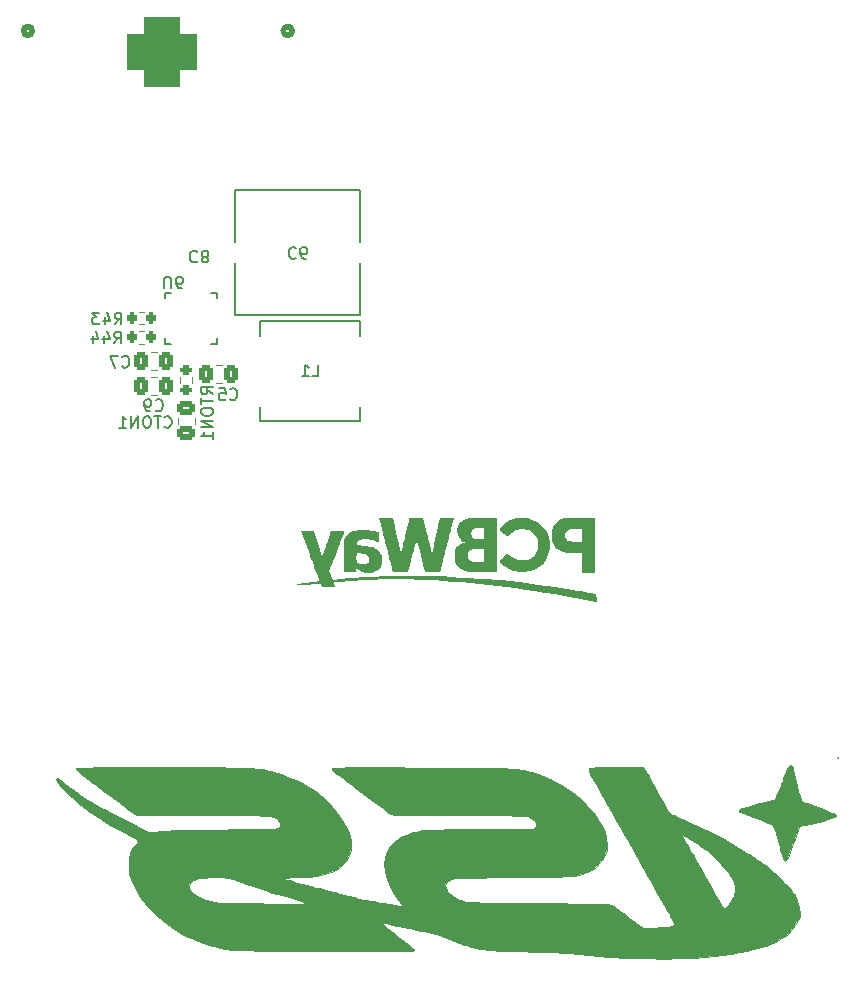
<source format=gbr>
G04 #@! TF.GenerationSoftware,KiCad,Pcbnew,8.0.5*
G04 #@! TF.CreationDate,2024-10-11T01:11:14-05:00*
G04 #@! TF.ProjectId,DAQ,4441512e-6b69-4636-9164-5f7063625858,rev?*
G04 #@! TF.SameCoordinates,Original*
G04 #@! TF.FileFunction,Legend,Bot*
G04 #@! TF.FilePolarity,Positive*
%FSLAX46Y46*%
G04 Gerber Fmt 4.6, Leading zero omitted, Abs format (unit mm)*
G04 Created by KiCad (PCBNEW 8.0.5) date 2024-10-11 01:11:14*
%MOMM*%
%LPD*%
G01*
G04 APERTURE LIST*
G04 Aperture macros list*
%AMRoundRect*
0 Rectangle with rounded corners*
0 $1 Rounding radius*
0 $2 $3 $4 $5 $6 $7 $8 $9 X,Y pos of 4 corners*
0 Add a 4 corners polygon primitive as box body*
4,1,4,$2,$3,$4,$5,$6,$7,$8,$9,$2,$3,0*
0 Add four circle primitives for the rounded corners*
1,1,$1+$1,$2,$3*
1,1,$1+$1,$4,$5*
1,1,$1+$1,$6,$7*
1,1,$1+$1,$8,$9*
0 Add four rect primitives between the rounded corners*
20,1,$1+$1,$2,$3,$4,$5,0*
20,1,$1+$1,$4,$5,$6,$7,0*
20,1,$1+$1,$6,$7,$8,$9,0*
20,1,$1+$1,$8,$9,$2,$3,0*%
G04 Aperture macros list end*
%ADD10C,0.150000*%
%ADD11C,0.000000*%
%ADD12C,0.508000*%
%ADD13C,0.120000*%
%ADD14C,0.152400*%
%ADD15C,0.010000*%
%ADD16RoundRect,1.500000X1.500000X-1.500000X1.500000X1.500000X-1.500000X1.500000X-1.500000X-1.500000X0*%
%ADD17C,6.000000*%
%ADD18C,2.800000*%
%ADD19C,1.750000*%
%ADD20R,1.700000X1.700000*%
%ADD21O,1.700000X1.700000*%
%ADD22C,0.800000*%
%ADD23C,6.400000*%
%ADD24C,1.100000*%
%ADD25R,2.200000X2.200000*%
%ADD26C,2.200000*%
%ADD27C,2.260600*%
%ADD28R,1.600000X1.600000*%
%ADD29C,1.600000*%
%ADD30RoundRect,0.250000X-0.337500X-0.475000X0.337500X-0.475000X0.337500X0.475000X-0.337500X0.475000X0*%
%ADD31R,2.413000X5.334000*%
%ADD32R,0.457200X0.254000*%
%ADD33R,0.254000X0.330198*%
%ADD34R,1.186900X2.848498*%
%ADD35R,0.972900X0.256998*%
%ADD36R,0.254000X0.330200*%
%ADD37R,0.850000X3.095500*%
%ADD38R,0.254000X0.457200*%
%ADD39RoundRect,0.200000X0.275000X-0.200000X0.275000X0.200000X-0.275000X0.200000X-0.275000X-0.200000X0*%
%ADD40RoundRect,0.200000X-0.200000X-0.275000X0.200000X-0.275000X0.200000X0.275000X-0.200000X0.275000X0*%
%ADD41R,1.066800X1.346200*%
%ADD42RoundRect,0.250000X-0.475000X0.337500X-0.475000X-0.337500X0.475000X-0.337500X0.475000X0.337500X0*%
%ADD43R,3.505200X1.092200*%
G04 APERTURE END LIST*
D10*
X116816666Y-90939580D02*
X116864285Y-90987200D01*
X116864285Y-90987200D02*
X117007142Y-91034819D01*
X117007142Y-91034819D02*
X117102380Y-91034819D01*
X117102380Y-91034819D02*
X117245237Y-90987200D01*
X117245237Y-90987200D02*
X117340475Y-90891961D01*
X117340475Y-90891961D02*
X117388094Y-90796723D01*
X117388094Y-90796723D02*
X117435713Y-90606247D01*
X117435713Y-90606247D02*
X117435713Y-90463390D01*
X117435713Y-90463390D02*
X117388094Y-90272914D01*
X117388094Y-90272914D02*
X117340475Y-90177676D01*
X117340475Y-90177676D02*
X117245237Y-90082438D01*
X117245237Y-90082438D02*
X117102380Y-90034819D01*
X117102380Y-90034819D02*
X117007142Y-90034819D01*
X117007142Y-90034819D02*
X116864285Y-90082438D01*
X116864285Y-90082438D02*
X116816666Y-90130057D01*
X116340475Y-91034819D02*
X116149999Y-91034819D01*
X116149999Y-91034819D02*
X116054761Y-90987200D01*
X116054761Y-90987200D02*
X116007142Y-90939580D01*
X116007142Y-90939580D02*
X115911904Y-90796723D01*
X115911904Y-90796723D02*
X115864285Y-90606247D01*
X115864285Y-90606247D02*
X115864285Y-90225295D01*
X115864285Y-90225295D02*
X115911904Y-90130057D01*
X115911904Y-90130057D02*
X115959523Y-90082438D01*
X115959523Y-90082438D02*
X116054761Y-90034819D01*
X116054761Y-90034819D02*
X116245237Y-90034819D01*
X116245237Y-90034819D02*
X116340475Y-90082438D01*
X116340475Y-90082438D02*
X116388094Y-90130057D01*
X116388094Y-90130057D02*
X116435713Y-90225295D01*
X116435713Y-90225295D02*
X116435713Y-90463390D01*
X116435713Y-90463390D02*
X116388094Y-90558628D01*
X116388094Y-90558628D02*
X116340475Y-90606247D01*
X116340475Y-90606247D02*
X116245237Y-90653866D01*
X116245237Y-90653866D02*
X116054761Y-90653866D01*
X116054761Y-90653866D02*
X115959523Y-90606247D01*
X115959523Y-90606247D02*
X115911904Y-90558628D01*
X115911904Y-90558628D02*
X115864285Y-90463390D01*
X123116666Y-90009580D02*
X123164285Y-90057200D01*
X123164285Y-90057200D02*
X123307142Y-90104819D01*
X123307142Y-90104819D02*
X123402380Y-90104819D01*
X123402380Y-90104819D02*
X123545237Y-90057200D01*
X123545237Y-90057200D02*
X123640475Y-89961961D01*
X123640475Y-89961961D02*
X123688094Y-89866723D01*
X123688094Y-89866723D02*
X123735713Y-89676247D01*
X123735713Y-89676247D02*
X123735713Y-89533390D01*
X123735713Y-89533390D02*
X123688094Y-89342914D01*
X123688094Y-89342914D02*
X123640475Y-89247676D01*
X123640475Y-89247676D02*
X123545237Y-89152438D01*
X123545237Y-89152438D02*
X123402380Y-89104819D01*
X123402380Y-89104819D02*
X123307142Y-89104819D01*
X123307142Y-89104819D02*
X123164285Y-89152438D01*
X123164285Y-89152438D02*
X123116666Y-89200057D01*
X122211904Y-89104819D02*
X122688094Y-89104819D01*
X122688094Y-89104819D02*
X122735713Y-89581009D01*
X122735713Y-89581009D02*
X122688094Y-89533390D01*
X122688094Y-89533390D02*
X122592856Y-89485771D01*
X122592856Y-89485771D02*
X122354761Y-89485771D01*
X122354761Y-89485771D02*
X122259523Y-89533390D01*
X122259523Y-89533390D02*
X122211904Y-89581009D01*
X122211904Y-89581009D02*
X122164285Y-89676247D01*
X122164285Y-89676247D02*
X122164285Y-89914342D01*
X122164285Y-89914342D02*
X122211904Y-90009580D01*
X122211904Y-90009580D02*
X122259523Y-90057200D01*
X122259523Y-90057200D02*
X122354761Y-90104819D01*
X122354761Y-90104819D02*
X122592856Y-90104819D01*
X122592856Y-90104819D02*
X122688094Y-90057200D01*
X122688094Y-90057200D02*
X122735713Y-90009580D01*
X130066666Y-88104819D02*
X130542856Y-88104819D01*
X130542856Y-88104819D02*
X130542856Y-87104819D01*
X129209523Y-88104819D02*
X129780951Y-88104819D01*
X129495237Y-88104819D02*
X129495237Y-87104819D01*
X129495237Y-87104819D02*
X129590475Y-87247676D01*
X129590475Y-87247676D02*
X129685713Y-87342914D01*
X129685713Y-87342914D02*
X129780951Y-87390533D01*
X117538095Y-80645180D02*
X117538095Y-79835657D01*
X117538095Y-79835657D02*
X117585714Y-79740419D01*
X117585714Y-79740419D02*
X117633333Y-79692800D01*
X117633333Y-79692800D02*
X117728571Y-79645180D01*
X117728571Y-79645180D02*
X117919047Y-79645180D01*
X117919047Y-79645180D02*
X118014285Y-79692800D01*
X118014285Y-79692800D02*
X118061904Y-79740419D01*
X118061904Y-79740419D02*
X118109523Y-79835657D01*
X118109523Y-79835657D02*
X118109523Y-80645180D01*
X119014285Y-80645180D02*
X118823809Y-80645180D01*
X118823809Y-80645180D02*
X118728571Y-80597561D01*
X118728571Y-80597561D02*
X118680952Y-80549942D01*
X118680952Y-80549942D02*
X118585714Y-80407085D01*
X118585714Y-80407085D02*
X118538095Y-80216609D01*
X118538095Y-80216609D02*
X118538095Y-79835657D01*
X118538095Y-79835657D02*
X118585714Y-79740419D01*
X118585714Y-79740419D02*
X118633333Y-79692800D01*
X118633333Y-79692800D02*
X118728571Y-79645180D01*
X118728571Y-79645180D02*
X118919047Y-79645180D01*
X118919047Y-79645180D02*
X119014285Y-79692800D01*
X119014285Y-79692800D02*
X119061904Y-79740419D01*
X119061904Y-79740419D02*
X119109523Y-79835657D01*
X119109523Y-79835657D02*
X119109523Y-80073752D01*
X119109523Y-80073752D02*
X119061904Y-80168990D01*
X119061904Y-80168990D02*
X119014285Y-80216609D01*
X119014285Y-80216609D02*
X118919047Y-80264228D01*
X118919047Y-80264228D02*
X118728571Y-80264228D01*
X118728571Y-80264228D02*
X118633333Y-80216609D01*
X118633333Y-80216609D02*
X118585714Y-80168990D01*
X118585714Y-80168990D02*
X118538095Y-80073752D01*
X121654819Y-89604761D02*
X121178628Y-89271428D01*
X121654819Y-89033333D02*
X120654819Y-89033333D01*
X120654819Y-89033333D02*
X120654819Y-89414285D01*
X120654819Y-89414285D02*
X120702438Y-89509523D01*
X120702438Y-89509523D02*
X120750057Y-89557142D01*
X120750057Y-89557142D02*
X120845295Y-89604761D01*
X120845295Y-89604761D02*
X120988152Y-89604761D01*
X120988152Y-89604761D02*
X121083390Y-89557142D01*
X121083390Y-89557142D02*
X121131009Y-89509523D01*
X121131009Y-89509523D02*
X121178628Y-89414285D01*
X121178628Y-89414285D02*
X121178628Y-89033333D01*
X120654819Y-89890476D02*
X120654819Y-90461904D01*
X121654819Y-90176190D02*
X120654819Y-90176190D01*
X120654819Y-90985714D02*
X120654819Y-91176190D01*
X120654819Y-91176190D02*
X120702438Y-91271428D01*
X120702438Y-91271428D02*
X120797676Y-91366666D01*
X120797676Y-91366666D02*
X120988152Y-91414285D01*
X120988152Y-91414285D02*
X121321485Y-91414285D01*
X121321485Y-91414285D02*
X121511961Y-91366666D01*
X121511961Y-91366666D02*
X121607200Y-91271428D01*
X121607200Y-91271428D02*
X121654819Y-91176190D01*
X121654819Y-91176190D02*
X121654819Y-90985714D01*
X121654819Y-90985714D02*
X121607200Y-90890476D01*
X121607200Y-90890476D02*
X121511961Y-90795238D01*
X121511961Y-90795238D02*
X121321485Y-90747619D01*
X121321485Y-90747619D02*
X120988152Y-90747619D01*
X120988152Y-90747619D02*
X120797676Y-90795238D01*
X120797676Y-90795238D02*
X120702438Y-90890476D01*
X120702438Y-90890476D02*
X120654819Y-90985714D01*
X121654819Y-91842857D02*
X120654819Y-91842857D01*
X120654819Y-91842857D02*
X121654819Y-92414285D01*
X121654819Y-92414285D02*
X120654819Y-92414285D01*
X121654819Y-93414285D02*
X121654819Y-92842857D01*
X121654819Y-93128571D02*
X120654819Y-93128571D01*
X120654819Y-93128571D02*
X120797676Y-93033333D01*
X120797676Y-93033333D02*
X120892914Y-92938095D01*
X120892914Y-92938095D02*
X120940533Y-92842857D01*
X113342857Y-83704819D02*
X113676190Y-83228628D01*
X113914285Y-83704819D02*
X113914285Y-82704819D01*
X113914285Y-82704819D02*
X113533333Y-82704819D01*
X113533333Y-82704819D02*
X113438095Y-82752438D01*
X113438095Y-82752438D02*
X113390476Y-82800057D01*
X113390476Y-82800057D02*
X113342857Y-82895295D01*
X113342857Y-82895295D02*
X113342857Y-83038152D01*
X113342857Y-83038152D02*
X113390476Y-83133390D01*
X113390476Y-83133390D02*
X113438095Y-83181009D01*
X113438095Y-83181009D02*
X113533333Y-83228628D01*
X113533333Y-83228628D02*
X113914285Y-83228628D01*
X112485714Y-83038152D02*
X112485714Y-83704819D01*
X112723809Y-82657200D02*
X112961904Y-83371485D01*
X112961904Y-83371485D02*
X112342857Y-83371485D01*
X112057142Y-82704819D02*
X111438095Y-82704819D01*
X111438095Y-82704819D02*
X111771428Y-83085771D01*
X111771428Y-83085771D02*
X111628571Y-83085771D01*
X111628571Y-83085771D02*
X111533333Y-83133390D01*
X111533333Y-83133390D02*
X111485714Y-83181009D01*
X111485714Y-83181009D02*
X111438095Y-83276247D01*
X111438095Y-83276247D02*
X111438095Y-83514342D01*
X111438095Y-83514342D02*
X111485714Y-83609580D01*
X111485714Y-83609580D02*
X111533333Y-83657200D01*
X111533333Y-83657200D02*
X111628571Y-83704819D01*
X111628571Y-83704819D02*
X111914285Y-83704819D01*
X111914285Y-83704819D02*
X112009523Y-83657200D01*
X112009523Y-83657200D02*
X112057142Y-83609580D01*
X113966666Y-87259580D02*
X114014285Y-87307200D01*
X114014285Y-87307200D02*
X114157142Y-87354819D01*
X114157142Y-87354819D02*
X114252380Y-87354819D01*
X114252380Y-87354819D02*
X114395237Y-87307200D01*
X114395237Y-87307200D02*
X114490475Y-87211961D01*
X114490475Y-87211961D02*
X114538094Y-87116723D01*
X114538094Y-87116723D02*
X114585713Y-86926247D01*
X114585713Y-86926247D02*
X114585713Y-86783390D01*
X114585713Y-86783390D02*
X114538094Y-86592914D01*
X114538094Y-86592914D02*
X114490475Y-86497676D01*
X114490475Y-86497676D02*
X114395237Y-86402438D01*
X114395237Y-86402438D02*
X114252380Y-86354819D01*
X114252380Y-86354819D02*
X114157142Y-86354819D01*
X114157142Y-86354819D02*
X114014285Y-86402438D01*
X114014285Y-86402438D02*
X113966666Y-86450057D01*
X113633332Y-86354819D02*
X112966666Y-86354819D01*
X112966666Y-86354819D02*
X113395237Y-87354819D01*
X120333333Y-77540419D02*
X120285714Y-77492800D01*
X120285714Y-77492800D02*
X120142857Y-77445180D01*
X120142857Y-77445180D02*
X120047619Y-77445180D01*
X120047619Y-77445180D02*
X119904762Y-77492800D01*
X119904762Y-77492800D02*
X119809524Y-77588038D01*
X119809524Y-77588038D02*
X119761905Y-77683276D01*
X119761905Y-77683276D02*
X119714286Y-77873752D01*
X119714286Y-77873752D02*
X119714286Y-78016609D01*
X119714286Y-78016609D02*
X119761905Y-78207085D01*
X119761905Y-78207085D02*
X119809524Y-78302323D01*
X119809524Y-78302323D02*
X119904762Y-78397561D01*
X119904762Y-78397561D02*
X120047619Y-78445180D01*
X120047619Y-78445180D02*
X120142857Y-78445180D01*
X120142857Y-78445180D02*
X120285714Y-78397561D01*
X120285714Y-78397561D02*
X120333333Y-78349942D01*
X120904762Y-78016609D02*
X120809524Y-78064228D01*
X120809524Y-78064228D02*
X120761905Y-78111847D01*
X120761905Y-78111847D02*
X120714286Y-78207085D01*
X120714286Y-78207085D02*
X120714286Y-78254704D01*
X120714286Y-78254704D02*
X120761905Y-78349942D01*
X120761905Y-78349942D02*
X120809524Y-78397561D01*
X120809524Y-78397561D02*
X120904762Y-78445180D01*
X120904762Y-78445180D02*
X121095238Y-78445180D01*
X121095238Y-78445180D02*
X121190476Y-78397561D01*
X121190476Y-78397561D02*
X121238095Y-78349942D01*
X121238095Y-78349942D02*
X121285714Y-78254704D01*
X121285714Y-78254704D02*
X121285714Y-78207085D01*
X121285714Y-78207085D02*
X121238095Y-78111847D01*
X121238095Y-78111847D02*
X121190476Y-78064228D01*
X121190476Y-78064228D02*
X121095238Y-78016609D01*
X121095238Y-78016609D02*
X120904762Y-78016609D01*
X120904762Y-78016609D02*
X120809524Y-77968990D01*
X120809524Y-77968990D02*
X120761905Y-77921371D01*
X120761905Y-77921371D02*
X120714286Y-77826133D01*
X120714286Y-77826133D02*
X120714286Y-77635657D01*
X120714286Y-77635657D02*
X120761905Y-77540419D01*
X120761905Y-77540419D02*
X120809524Y-77492800D01*
X120809524Y-77492800D02*
X120904762Y-77445180D01*
X120904762Y-77445180D02*
X121095238Y-77445180D01*
X121095238Y-77445180D02*
X121190476Y-77492800D01*
X121190476Y-77492800D02*
X121238095Y-77540419D01*
X121238095Y-77540419D02*
X121285714Y-77635657D01*
X121285714Y-77635657D02*
X121285714Y-77826133D01*
X121285714Y-77826133D02*
X121238095Y-77921371D01*
X121238095Y-77921371D02*
X121190476Y-77968990D01*
X121190476Y-77968990D02*
X121095238Y-78016609D01*
X117545238Y-92359580D02*
X117592857Y-92407200D01*
X117592857Y-92407200D02*
X117735714Y-92454819D01*
X117735714Y-92454819D02*
X117830952Y-92454819D01*
X117830952Y-92454819D02*
X117973809Y-92407200D01*
X117973809Y-92407200D02*
X118069047Y-92311961D01*
X118069047Y-92311961D02*
X118116666Y-92216723D01*
X118116666Y-92216723D02*
X118164285Y-92026247D01*
X118164285Y-92026247D02*
X118164285Y-91883390D01*
X118164285Y-91883390D02*
X118116666Y-91692914D01*
X118116666Y-91692914D02*
X118069047Y-91597676D01*
X118069047Y-91597676D02*
X117973809Y-91502438D01*
X117973809Y-91502438D02*
X117830952Y-91454819D01*
X117830952Y-91454819D02*
X117735714Y-91454819D01*
X117735714Y-91454819D02*
X117592857Y-91502438D01*
X117592857Y-91502438D02*
X117545238Y-91550057D01*
X117259523Y-91454819D02*
X116688095Y-91454819D01*
X116973809Y-92454819D02*
X116973809Y-91454819D01*
X116164285Y-91454819D02*
X115973809Y-91454819D01*
X115973809Y-91454819D02*
X115878571Y-91502438D01*
X115878571Y-91502438D02*
X115783333Y-91597676D01*
X115783333Y-91597676D02*
X115735714Y-91788152D01*
X115735714Y-91788152D02*
X115735714Y-92121485D01*
X115735714Y-92121485D02*
X115783333Y-92311961D01*
X115783333Y-92311961D02*
X115878571Y-92407200D01*
X115878571Y-92407200D02*
X115973809Y-92454819D01*
X115973809Y-92454819D02*
X116164285Y-92454819D01*
X116164285Y-92454819D02*
X116259523Y-92407200D01*
X116259523Y-92407200D02*
X116354761Y-92311961D01*
X116354761Y-92311961D02*
X116402380Y-92121485D01*
X116402380Y-92121485D02*
X116402380Y-91788152D01*
X116402380Y-91788152D02*
X116354761Y-91597676D01*
X116354761Y-91597676D02*
X116259523Y-91502438D01*
X116259523Y-91502438D02*
X116164285Y-91454819D01*
X115307142Y-92454819D02*
X115307142Y-91454819D01*
X115307142Y-91454819D02*
X114735714Y-92454819D01*
X114735714Y-92454819D02*
X114735714Y-91454819D01*
X113735714Y-92454819D02*
X114307142Y-92454819D01*
X114021428Y-92454819D02*
X114021428Y-91454819D01*
X114021428Y-91454819D02*
X114116666Y-91597676D01*
X114116666Y-91597676D02*
X114211904Y-91692914D01*
X114211904Y-91692914D02*
X114307142Y-91740533D01*
X128683333Y-77240419D02*
X128635714Y-77192800D01*
X128635714Y-77192800D02*
X128492857Y-77145180D01*
X128492857Y-77145180D02*
X128397619Y-77145180D01*
X128397619Y-77145180D02*
X128254762Y-77192800D01*
X128254762Y-77192800D02*
X128159524Y-77288038D01*
X128159524Y-77288038D02*
X128111905Y-77383276D01*
X128111905Y-77383276D02*
X128064286Y-77573752D01*
X128064286Y-77573752D02*
X128064286Y-77716609D01*
X128064286Y-77716609D02*
X128111905Y-77907085D01*
X128111905Y-77907085D02*
X128159524Y-78002323D01*
X128159524Y-78002323D02*
X128254762Y-78097561D01*
X128254762Y-78097561D02*
X128397619Y-78145180D01*
X128397619Y-78145180D02*
X128492857Y-78145180D01*
X128492857Y-78145180D02*
X128635714Y-78097561D01*
X128635714Y-78097561D02*
X128683333Y-78049942D01*
X129540476Y-78145180D02*
X129350000Y-78145180D01*
X129350000Y-78145180D02*
X129254762Y-78097561D01*
X129254762Y-78097561D02*
X129207143Y-78049942D01*
X129207143Y-78049942D02*
X129111905Y-77907085D01*
X129111905Y-77907085D02*
X129064286Y-77716609D01*
X129064286Y-77716609D02*
X129064286Y-77335657D01*
X129064286Y-77335657D02*
X129111905Y-77240419D01*
X129111905Y-77240419D02*
X129159524Y-77192800D01*
X129159524Y-77192800D02*
X129254762Y-77145180D01*
X129254762Y-77145180D02*
X129445238Y-77145180D01*
X129445238Y-77145180D02*
X129540476Y-77192800D01*
X129540476Y-77192800D02*
X129588095Y-77240419D01*
X129588095Y-77240419D02*
X129635714Y-77335657D01*
X129635714Y-77335657D02*
X129635714Y-77573752D01*
X129635714Y-77573752D02*
X129588095Y-77668990D01*
X129588095Y-77668990D02*
X129540476Y-77716609D01*
X129540476Y-77716609D02*
X129445238Y-77764228D01*
X129445238Y-77764228D02*
X129254762Y-77764228D01*
X129254762Y-77764228D02*
X129159524Y-77716609D01*
X129159524Y-77716609D02*
X129111905Y-77668990D01*
X129111905Y-77668990D02*
X129064286Y-77573752D01*
X113292857Y-85304819D02*
X113626190Y-84828628D01*
X113864285Y-85304819D02*
X113864285Y-84304819D01*
X113864285Y-84304819D02*
X113483333Y-84304819D01*
X113483333Y-84304819D02*
X113388095Y-84352438D01*
X113388095Y-84352438D02*
X113340476Y-84400057D01*
X113340476Y-84400057D02*
X113292857Y-84495295D01*
X113292857Y-84495295D02*
X113292857Y-84638152D01*
X113292857Y-84638152D02*
X113340476Y-84733390D01*
X113340476Y-84733390D02*
X113388095Y-84781009D01*
X113388095Y-84781009D02*
X113483333Y-84828628D01*
X113483333Y-84828628D02*
X113864285Y-84828628D01*
X112435714Y-84638152D02*
X112435714Y-85304819D01*
X112673809Y-84257200D02*
X112911904Y-84971485D01*
X112911904Y-84971485D02*
X112292857Y-84971485D01*
X111483333Y-84638152D02*
X111483333Y-85304819D01*
X111721428Y-84257200D02*
X111959523Y-84971485D01*
X111959523Y-84971485D02*
X111340476Y-84971485D01*
D11*
G36*
X154089898Y-106573412D02*
G01*
X154103513Y-106628328D01*
X154120198Y-106699622D01*
X154138705Y-106781580D01*
X154157787Y-106868487D01*
X154176197Y-106954630D01*
X154192687Y-107034293D01*
X154206010Y-107101763D01*
X154214919Y-107151325D01*
X154218165Y-107177265D01*
X154216501Y-107181607D01*
X154201164Y-107186066D01*
X154166604Y-107184203D01*
X154108973Y-107175677D01*
X154024423Y-107160149D01*
X153258268Y-107014138D01*
X152346976Y-106845212D01*
X151461163Y-106686513D01*
X150648053Y-106546301D01*
X154060008Y-106546301D01*
X154067916Y-106554209D01*
X154075824Y-106546301D01*
X154067916Y-106538394D01*
X154060008Y-106546301D01*
X150648053Y-106546301D01*
X150598482Y-106537753D01*
X149756585Y-106398646D01*
X148933124Y-106268905D01*
X148125750Y-106148242D01*
X147332117Y-106036372D01*
X146549874Y-105933006D01*
X145776675Y-105837858D01*
X145010172Y-105750640D01*
X144248015Y-105671067D01*
X143487858Y-105598850D01*
X142727352Y-105533704D01*
X141964149Y-105475340D01*
X141195901Y-105423472D01*
X140420260Y-105377813D01*
X139634877Y-105338076D01*
X138837406Y-105303974D01*
X138571035Y-105294812D01*
X138207854Y-105285677D01*
X137825144Y-105279428D01*
X137428576Y-105276029D01*
X137023825Y-105275446D01*
X136616563Y-105277643D01*
X136212463Y-105282586D01*
X135817198Y-105290241D01*
X135436441Y-105300572D01*
X135075864Y-105313544D01*
X134741142Y-105329123D01*
X134699063Y-105331382D01*
X134556269Y-105339541D01*
X134398286Y-105349211D01*
X134227712Y-105360191D01*
X134047144Y-105372279D01*
X133859178Y-105385273D01*
X133666414Y-105398972D01*
X133471446Y-105413173D01*
X133276873Y-105427676D01*
X133085292Y-105442278D01*
X132899299Y-105456777D01*
X132721492Y-105470973D01*
X132554469Y-105484663D01*
X132400825Y-105497645D01*
X132263160Y-105509718D01*
X132144068Y-105520680D01*
X132046149Y-105530329D01*
X131971998Y-105538463D01*
X131924213Y-105544882D01*
X131905391Y-105549383D01*
X131905248Y-105549627D01*
X131909173Y-105567777D01*
X131922956Y-105609894D01*
X131944762Y-105670958D01*
X131972757Y-105745948D01*
X132005107Y-105829844D01*
X132039976Y-105917628D01*
X132040047Y-105917818D01*
X132035608Y-105923095D01*
X132016737Y-105927394D01*
X131980977Y-105930801D01*
X131925872Y-105933400D01*
X131848964Y-105935275D01*
X131747798Y-105936510D01*
X131619916Y-105937190D01*
X131462861Y-105937397D01*
X130877772Y-105937397D01*
X130825024Y-105795056D01*
X130804921Y-105741960D01*
X130784746Y-105694681D01*
X130768304Y-105667721D01*
X130752015Y-105655592D01*
X130732300Y-105652801D01*
X130730292Y-105652836D01*
X130700119Y-105654574D01*
X130643536Y-105658670D01*
X130564967Y-105664774D01*
X130468835Y-105672535D01*
X130359564Y-105681605D01*
X130241577Y-105691633D01*
X130168319Y-105697890D01*
X130009871Y-105711222D01*
X129838839Y-105725393D01*
X129666246Y-105739500D01*
X129503117Y-105752639D01*
X129360473Y-105763904D01*
X128930115Y-105797429D01*
X128859131Y-105748591D01*
X128834213Y-105731195D01*
X128795628Y-105701264D01*
X128781835Y-105682365D01*
X128791243Y-105670793D01*
X128822258Y-105662841D01*
X128833129Y-105661218D01*
X128874671Y-105655764D01*
X128941934Y-105647323D01*
X129031307Y-105636325D01*
X129139180Y-105623201D01*
X129261945Y-105608379D01*
X129395990Y-105592290D01*
X129537706Y-105575364D01*
X129683483Y-105558030D01*
X129829711Y-105540718D01*
X129972780Y-105523858D01*
X130109081Y-105507880D01*
X130235003Y-105493213D01*
X130346936Y-105480287D01*
X130441271Y-105469533D01*
X130514398Y-105461379D01*
X130571550Y-105454334D01*
X130629975Y-105445105D01*
X130669737Y-105436341D01*
X130684417Y-105429255D01*
X130681462Y-105420096D01*
X130668343Y-105383128D01*
X130645303Y-105319445D01*
X130612964Y-105230741D01*
X130571950Y-105118707D01*
X130522884Y-104985035D01*
X130466388Y-104831419D01*
X130403086Y-104659549D01*
X130333600Y-104471120D01*
X130258554Y-104267822D01*
X130178571Y-104051349D01*
X130094273Y-103823392D01*
X130006285Y-103585645D01*
X129915227Y-103339798D01*
X129848688Y-103160191D01*
X129759600Y-102919633D01*
X129673940Y-102688235D01*
X129592340Y-102467706D01*
X129515429Y-102259754D01*
X129443840Y-102066087D01*
X129378202Y-101888413D01*
X129319146Y-101728439D01*
X129267303Y-101587875D01*
X129223304Y-101468429D01*
X129187779Y-101371808D01*
X129161360Y-101299720D01*
X129144677Y-101253874D01*
X129138360Y-101235979D01*
X129137563Y-101230671D01*
X129140546Y-101224345D01*
X129151088Y-101219392D01*
X129172198Y-101215681D01*
X129206885Y-101213083D01*
X129258158Y-101211469D01*
X129329025Y-101210708D01*
X129422496Y-101210672D01*
X129541578Y-101211231D01*
X129689282Y-101212255D01*
X130247881Y-101216413D01*
X130578174Y-102268157D01*
X130616233Y-102389165D01*
X130669850Y-102559013D01*
X130720384Y-102718366D01*
X130767042Y-102864762D01*
X130809032Y-102995739D01*
X130845560Y-103108834D01*
X130875832Y-103201584D01*
X130899057Y-103271528D01*
X130914440Y-103316203D01*
X130921189Y-103333146D01*
X130923443Y-103331058D01*
X130935016Y-103305799D01*
X130955037Y-103254466D01*
X130982547Y-103179760D01*
X131016588Y-103084387D01*
X131056200Y-102971047D01*
X131100425Y-102842446D01*
X131148303Y-102701286D01*
X131198877Y-102550270D01*
X131206035Y-102528765D01*
X131260371Y-102365780D01*
X131314568Y-102203609D01*
X131367224Y-102046423D01*
X131416937Y-101898395D01*
X131462302Y-101763699D01*
X131501917Y-101646507D01*
X131534379Y-101550992D01*
X131558285Y-101481326D01*
X131652725Y-101208506D01*
X132221380Y-101208506D01*
X132790035Y-101208506D01*
X132778759Y-101244091D01*
X132778032Y-101246209D01*
X132768372Y-101272576D01*
X132748450Y-101326126D01*
X132718993Y-101404931D01*
X132680723Y-101507063D01*
X132634367Y-101630592D01*
X132580648Y-101773590D01*
X132520292Y-101934128D01*
X132454024Y-102110277D01*
X132382568Y-102300110D01*
X132306648Y-102501696D01*
X132226991Y-102713108D01*
X132144320Y-102932416D01*
X131521157Y-104585156D01*
X131658376Y-104941009D01*
X131685033Y-105009842D01*
X131721684Y-105103461D01*
X131753833Y-105184383D01*
X131779784Y-105248394D01*
X131797843Y-105291282D01*
X131806315Y-105308832D01*
X131806792Y-105309124D01*
X131827749Y-105310076D01*
X131876273Y-105308231D01*
X131948844Y-105303841D01*
X132041945Y-105297157D01*
X132152055Y-105288429D01*
X132275655Y-105277908D01*
X132409226Y-105265846D01*
X132477001Y-105259580D01*
X133097304Y-105204572D01*
X133693175Y-105156246D01*
X134270193Y-105114356D01*
X134833934Y-105078658D01*
X135389978Y-105048907D01*
X135943902Y-105024856D01*
X136501283Y-105006261D01*
X137067700Y-104992877D01*
X137648731Y-104984459D01*
X138249953Y-104980760D01*
X138876945Y-104981537D01*
X139147679Y-104982942D01*
X139438600Y-104984935D01*
X139704814Y-104987383D01*
X139950056Y-104990372D01*
X140178061Y-104993987D01*
X140392562Y-104998314D01*
X140597296Y-105003439D01*
X140795995Y-105009446D01*
X140992396Y-105016422D01*
X141190233Y-105024452D01*
X141393239Y-105033622D01*
X141605152Y-105044017D01*
X143025365Y-105126765D01*
X144567743Y-105240854D01*
X146105185Y-105379730D01*
X147634332Y-105543033D01*
X149151823Y-105730400D01*
X150654300Y-105941472D01*
X152138402Y-106175887D01*
X152250864Y-106194736D01*
X152459958Y-106230195D01*
X152666324Y-106265699D01*
X152867589Y-106300812D01*
X153061382Y-106335094D01*
X153245329Y-106368108D01*
X153417057Y-106399415D01*
X153574195Y-106428578D01*
X153714369Y-106455159D01*
X153835207Y-106478719D01*
X153934336Y-106498820D01*
X154009384Y-106515024D01*
X154057978Y-106526893D01*
X154077745Y-106533988D01*
X154080600Y-106540589D01*
X154082218Y-106546301D01*
X154089898Y-106573412D01*
G37*
G36*
X153994372Y-101686277D02*
G01*
X153994176Y-101933254D01*
X153993845Y-102190235D01*
X153993374Y-102455390D01*
X153988838Y-104706571D01*
X153951500Y-104736803D01*
X153940684Y-104744502D01*
X153925474Y-104751487D01*
X153903642Y-104756863D01*
X153871617Y-104760841D01*
X153825826Y-104763627D01*
X153762695Y-104765431D01*
X153678652Y-104766462D01*
X153570123Y-104766927D01*
X153433536Y-104767036D01*
X153417781Y-104767036D01*
X153284720Y-104766926D01*
X153179383Y-104766474D01*
X153098233Y-104765462D01*
X153037735Y-104763672D01*
X152994354Y-104760886D01*
X152964553Y-104756884D01*
X152944798Y-104751449D01*
X152931551Y-104744362D01*
X152921279Y-104735405D01*
X152900203Y-104707344D01*
X152889434Y-104676096D01*
X152889424Y-104674538D01*
X152889283Y-104648191D01*
X152889012Y-104593924D01*
X152888624Y-104514874D01*
X152888136Y-104414178D01*
X152887563Y-104294970D01*
X152886919Y-104160386D01*
X152886219Y-104013562D01*
X152885480Y-103857634D01*
X152881739Y-103066849D01*
X152320282Y-103056888D01*
X152241939Y-103055388D01*
X152051114Y-103050490D01*
X151886944Y-103043987D01*
X151745809Y-103035434D01*
X151624091Y-103024382D01*
X151518171Y-103010386D01*
X151424431Y-102992996D01*
X151339253Y-102971768D01*
X151259017Y-102946253D01*
X151180105Y-102916004D01*
X151137975Y-102897791D01*
X150959479Y-102800120D01*
X150799365Y-102677831D01*
X150659439Y-102533025D01*
X150541504Y-102367798D01*
X150447367Y-102184251D01*
X150378832Y-101984480D01*
X150378383Y-101982790D01*
X150363273Y-101922306D01*
X150352421Y-101867556D01*
X150345098Y-101811067D01*
X150340574Y-101745367D01*
X150338117Y-101662986D01*
X150336998Y-101556451D01*
X150337273Y-101516716D01*
X151469577Y-101516716D01*
X151471109Y-101618815D01*
X151493579Y-101727379D01*
X151540920Y-101823447D01*
X151615453Y-101913335D01*
X151664903Y-101957772D01*
X151733268Y-102002615D01*
X151812787Y-102035601D01*
X151910206Y-102059372D01*
X152032266Y-102076569D01*
X152040652Y-102077432D01*
X152111433Y-102082742D01*
X152204814Y-102087343D01*
X152312972Y-102090963D01*
X152428083Y-102093334D01*
X152542322Y-102094184D01*
X152889647Y-102094184D01*
X152889647Y-101556451D01*
X152889647Y-101018717D01*
X152474485Y-101019235D01*
X152442585Y-101019292D01*
X152290176Y-101020259D01*
X152164789Y-101022602D01*
X152062553Y-101026684D01*
X151979597Y-101032866D01*
X151912052Y-101041513D01*
X151856047Y-101052986D01*
X151807712Y-101067648D01*
X151763177Y-101085861D01*
X151701865Y-101117729D01*
X151604456Y-101191282D01*
X151533699Y-101281670D01*
X151488954Y-101389834D01*
X151469577Y-101516716D01*
X150337273Y-101516716D01*
X150337907Y-101424915D01*
X150343549Y-101306713D01*
X150355304Y-101203959D01*
X150374485Y-101108387D01*
X150402405Y-101011730D01*
X150440378Y-100905723D01*
X150491900Y-100791291D01*
X150588371Y-100634361D01*
X150707473Y-100489554D01*
X150844494Y-100361691D01*
X150994726Y-100255592D01*
X151153456Y-100176077D01*
X151205310Y-100156461D01*
X151263556Y-100137482D01*
X151325638Y-100120937D01*
X151393873Y-100106668D01*
X151470576Y-100094515D01*
X151558063Y-100084317D01*
X151658651Y-100075916D01*
X151774655Y-100069152D01*
X151908390Y-100063865D01*
X152062174Y-100059896D01*
X152238321Y-100057084D01*
X152439147Y-100055270D01*
X152666970Y-100054295D01*
X152924103Y-100053999D01*
X153118951Y-100053949D01*
X153299169Y-100053935D01*
X153452144Y-100054168D01*
X153580144Y-100054860D01*
X153685439Y-100056224D01*
X153770298Y-100058469D01*
X153836989Y-100061809D01*
X153887783Y-100066455D01*
X153924948Y-100072618D01*
X153950753Y-100080510D01*
X153967467Y-100090343D01*
X153977360Y-100102329D01*
X153982700Y-100116678D01*
X153985757Y-100133604D01*
X153988799Y-100153317D01*
X153989666Y-100168991D01*
X153990627Y-100215359D01*
X153991489Y-100290017D01*
X153992248Y-100391136D01*
X153992900Y-100516888D01*
X153993442Y-100665444D01*
X153993870Y-100834975D01*
X153994181Y-101023652D01*
X153994370Y-101229647D01*
X153994435Y-101451132D01*
X153994407Y-101556451D01*
X153994372Y-101686277D01*
G37*
G36*
X135987256Y-103652030D02*
G01*
X135986658Y-103727327D01*
X135978792Y-103856646D01*
X135960712Y-103967844D01*
X135930814Y-104069231D01*
X135887496Y-104169121D01*
X135851079Y-104237184D01*
X135746706Y-104388658D01*
X135622517Y-104515545D01*
X135479060Y-104617425D01*
X135316882Y-104693879D01*
X135136534Y-104744485D01*
X135058589Y-104754750D01*
X134955700Y-104759844D01*
X134841942Y-104759313D01*
X134727668Y-104753461D01*
X134623234Y-104742591D01*
X134538992Y-104727004D01*
X134510185Y-104719023D01*
X134403851Y-104680595D01*
X134286830Y-104627284D01*
X134168748Y-104564123D01*
X134059233Y-104496145D01*
X133967910Y-104428385D01*
X133930028Y-104397277D01*
X133882065Y-104359560D01*
X133846649Y-104333758D01*
X133829522Y-104324197D01*
X133824803Y-104335064D01*
X133820203Y-104371766D01*
X133817077Y-104428262D01*
X133815924Y-104498169D01*
X133815924Y-104672142D01*
X133277587Y-104672142D01*
X132739250Y-104672142D01*
X132744075Y-103407204D01*
X133815924Y-103407204D01*
X133816006Y-103511575D01*
X133816532Y-103599788D01*
X133817903Y-103664586D01*
X133820522Y-103710265D01*
X133824790Y-103741127D01*
X133831109Y-103761469D01*
X133839881Y-103775590D01*
X133851509Y-103787790D01*
X133891369Y-103821465D01*
X133967554Y-103873249D01*
X134054402Y-103921713D01*
X134140145Y-103959841D01*
X134183322Y-103973366D01*
X134277939Y-103991809D01*
X134382870Y-104001759D01*
X134484899Y-104002223D01*
X134570811Y-103992206D01*
X134620133Y-103980062D01*
X134722096Y-103939546D01*
X134798530Y-103882068D01*
X134851099Y-103805522D01*
X134881468Y-103707802D01*
X134891302Y-103586802D01*
X134881409Y-103480940D01*
X134845446Y-103376464D01*
X134782789Y-103288672D01*
X134693024Y-103216794D01*
X134672309Y-103205320D01*
X134598310Y-103175396D01*
X134499334Y-103146424D01*
X134380187Y-103119542D01*
X134245675Y-103095888D01*
X134100606Y-103076599D01*
X134037266Y-103069716D01*
X133956945Y-103061753D01*
X133891609Y-103056182D01*
X133846730Y-103053457D01*
X133827785Y-103054030D01*
X133826273Y-103057717D01*
X133822963Y-103086880D01*
X133820117Y-103141053D01*
X133817891Y-103215594D01*
X133816442Y-103305858D01*
X133815924Y-103407204D01*
X132744075Y-103407204D01*
X132744242Y-103363394D01*
X132744337Y-103338306D01*
X132745205Y-103101035D01*
X132746013Y-102892930D01*
X132746924Y-102711749D01*
X132748100Y-102555249D01*
X132749705Y-102421186D01*
X132751901Y-102307319D01*
X132754851Y-102211405D01*
X132758717Y-102131200D01*
X132763663Y-102064462D01*
X132769851Y-102008948D01*
X132777445Y-101962416D01*
X132786606Y-101922623D01*
X132797498Y-101887325D01*
X132810284Y-101854281D01*
X132825125Y-101821247D01*
X132842186Y-101785981D01*
X132861629Y-101746239D01*
X132884636Y-101702932D01*
X132965490Y-101586888D01*
X133068066Y-101477626D01*
X133185224Y-101382137D01*
X133309822Y-101307412D01*
X133332839Y-101296377D01*
X133503305Y-101229734D01*
X133701605Y-101175840D01*
X133926633Y-101135002D01*
X134016030Y-101125027D01*
X134136942Y-101116726D01*
X134274270Y-101111220D01*
X134420123Y-101108567D01*
X134566608Y-101108824D01*
X134705832Y-101112050D01*
X134829903Y-101118303D01*
X134930930Y-101127639D01*
X134990173Y-101135905D01*
X135079455Y-101150011D01*
X135182311Y-101167489D01*
X135291269Y-101186967D01*
X135398857Y-101207076D01*
X135497602Y-101226444D01*
X135580035Y-101243701D01*
X135638682Y-101257476D01*
X135697991Y-101272988D01*
X135697991Y-101699402D01*
X135697960Y-101786384D01*
X135697677Y-101894596D01*
X135696888Y-101976994D01*
X135695342Y-102037088D01*
X135692786Y-102078388D01*
X135688971Y-102104401D01*
X135683643Y-102118637D01*
X135676553Y-102124606D01*
X135667449Y-102125816D01*
X135665303Y-102125688D01*
X135635676Y-102118787D01*
X135584181Y-102102896D01*
X135517439Y-102080165D01*
X135442075Y-102052741D01*
X135405756Y-102039301D01*
X135178066Y-101964369D01*
X134966743Y-101912303D01*
X134767716Y-101882460D01*
X134576913Y-101874198D01*
X134390264Y-101886876D01*
X134307189Y-101898943D01*
X134162280Y-101931760D01*
X134044885Y-101977003D01*
X133953525Y-102035754D01*
X133886721Y-102109097D01*
X133842995Y-102198113D01*
X133820869Y-102303887D01*
X133811993Y-102389890D01*
X133976069Y-102400724D01*
X134012335Y-102403268D01*
X134132530Y-102413293D01*
X134265781Y-102426339D01*
X134404654Y-102441527D01*
X134541713Y-102457977D01*
X134669524Y-102474812D01*
X134780654Y-102491152D01*
X134867667Y-102506118D01*
X134977849Y-102530006D01*
X135173034Y-102586187D01*
X135351105Y-102655935D01*
X135507560Y-102737363D01*
X135637892Y-102828587D01*
X135727691Y-102910869D01*
X135824120Y-103027505D01*
X135896836Y-103156511D01*
X135947294Y-103301314D01*
X135976949Y-103465345D01*
X135983655Y-103586802D01*
X135987256Y-103652030D01*
G37*
G36*
X145725139Y-102386951D02*
G01*
X145725139Y-103266580D01*
X145725139Y-104690720D01*
X144629902Y-104683305D01*
X144589325Y-104683028D01*
X144367309Y-104681408D01*
X144173846Y-104679710D01*
X144006306Y-104677790D01*
X143862057Y-104675503D01*
X143738466Y-104672706D01*
X143632904Y-104669255D01*
X143542736Y-104665007D01*
X143465333Y-104659816D01*
X143398062Y-104653540D01*
X143338291Y-104646035D01*
X143283389Y-104637156D01*
X143230724Y-104626759D01*
X143177664Y-104614702D01*
X143121578Y-104600840D01*
X142986501Y-104560020D01*
X142801535Y-104481428D01*
X142630421Y-104381758D01*
X142476529Y-104263701D01*
X142343228Y-104129951D01*
X142233888Y-103983198D01*
X142151879Y-103826135D01*
X142146350Y-103812775D01*
X142135279Y-103783991D01*
X142126979Y-103755968D01*
X142121105Y-103724081D01*
X142117315Y-103683701D01*
X142115264Y-103630201D01*
X142114609Y-103558954D01*
X142115005Y-103465332D01*
X142116110Y-103344708D01*
X142117259Y-103260079D01*
X142117819Y-103240822D01*
X143242076Y-103240822D01*
X143250754Y-103363509D01*
X143282113Y-103482573D01*
X143337565Y-103582796D01*
X143418380Y-103665838D01*
X143525832Y-103733354D01*
X143661191Y-103787003D01*
X143680483Y-103792890D01*
X143718020Y-103802712D01*
X143758424Y-103810352D01*
X143806491Y-103816215D01*
X143867012Y-103820704D01*
X143944783Y-103824222D01*
X144044597Y-103827175D01*
X144171247Y-103829964D01*
X144570594Y-103837979D01*
X144570594Y-103266580D01*
X144570594Y-102695181D01*
X144187063Y-102695300D01*
X144058919Y-102695830D01*
X143930676Y-102698030D01*
X143826192Y-102702411D01*
X143741185Y-102709473D01*
X143671377Y-102719718D01*
X143612486Y-102733648D01*
X143560232Y-102751763D01*
X143510335Y-102774566D01*
X143418475Y-102830565D01*
X143338734Y-102906497D01*
X143283894Y-102998202D01*
X143252245Y-103108652D01*
X143242076Y-103240822D01*
X142117819Y-103240822D01*
X142121745Y-103105727D01*
X142129819Y-102977007D01*
X142142394Y-102869923D01*
X142160383Y-102780480D01*
X142184700Y-102704682D01*
X142216257Y-102638532D01*
X142255967Y-102578034D01*
X142304744Y-102519193D01*
X142322162Y-102500771D01*
X142411092Y-102423035D01*
X142519756Y-102347442D01*
X142638839Y-102279440D01*
X142759025Y-102224477D01*
X142870999Y-102188002D01*
X142899116Y-102180670D01*
X142940403Y-102167711D01*
X142962028Y-102157779D01*
X142962744Y-102155746D01*
X142949619Y-102140064D01*
X142915878Y-102114953D01*
X142867227Y-102084805D01*
X142765773Y-102016908D01*
X142647673Y-101912132D01*
X142546443Y-101792657D01*
X142469458Y-101666242D01*
X142454707Y-101635552D01*
X142404880Y-101516479D01*
X142372991Y-101405134D01*
X143535034Y-101405134D01*
X143536829Y-101461261D01*
X143555293Y-101580028D01*
X143595033Y-101676680D01*
X143657651Y-101753457D01*
X143744751Y-101812602D01*
X143857938Y-101856355D01*
X143903278Y-101867471D01*
X143964790Y-101877514D01*
X144042297Y-101885404D01*
X144141012Y-101891658D01*
X144266142Y-101896792D01*
X144570594Y-101907107D01*
X144570594Y-101423373D01*
X144570594Y-100939639D01*
X144257603Y-100939639D01*
X144245506Y-100939648D01*
X144091733Y-100942021D01*
X143965479Y-100949426D01*
X143863110Y-100963094D01*
X143780990Y-100984259D01*
X143715485Y-101014151D01*
X143662960Y-101054002D01*
X143619780Y-101105045D01*
X143582311Y-101168511D01*
X143570395Y-101192389D01*
X143551423Y-101237134D01*
X143540687Y-101280088D01*
X143535965Y-101332379D01*
X143535034Y-101405134D01*
X142372991Y-101405134D01*
X142372881Y-101404751D01*
X142355810Y-101287822D01*
X142350765Y-101153151D01*
X142358067Y-101003589D01*
X142386692Y-100844195D01*
X142438272Y-100702357D01*
X142514169Y-100574495D01*
X142615746Y-100457032D01*
X142648039Y-100426466D01*
X142786895Y-100320221D01*
X142947021Y-100234488D01*
X143129888Y-100168582D01*
X143336970Y-100121818D01*
X143362871Y-100117817D01*
X143401403Y-100113194D01*
X143447664Y-100109167D01*
X143504043Y-100105674D01*
X143572931Y-100102654D01*
X143656718Y-100100048D01*
X143757794Y-100097795D01*
X143878550Y-100095834D01*
X144021377Y-100094104D01*
X144188663Y-100092547D01*
X144382801Y-100091100D01*
X144606179Y-100089703D01*
X145725139Y-100083182D01*
X145725139Y-101423373D01*
X145725139Y-102386951D01*
G37*
G36*
X141521277Y-100069033D02*
G01*
X141637903Y-100069872D01*
X141748116Y-100071343D01*
X141847712Y-100073440D01*
X141932491Y-100076153D01*
X141998250Y-100079476D01*
X142040786Y-100083402D01*
X142055899Y-100087922D01*
X142055821Y-100088526D01*
X142050930Y-100109876D01*
X142038734Y-100159940D01*
X142019661Y-100237015D01*
X141994141Y-100339397D01*
X141962602Y-100465385D01*
X141925472Y-100613276D01*
X141883181Y-100781367D01*
X141836156Y-100967955D01*
X141784828Y-101171339D01*
X141729624Y-101389815D01*
X141670973Y-101621682D01*
X141609304Y-101865235D01*
X141545045Y-102118773D01*
X141478626Y-102380593D01*
X141468722Y-102419617D01*
X141402623Y-102680128D01*
X141338746Y-102931992D01*
X141277518Y-103173518D01*
X141219369Y-103403010D01*
X141164726Y-103618776D01*
X141114017Y-103819124D01*
X141067670Y-104002358D01*
X141026114Y-104166788D01*
X140989777Y-104310719D01*
X140959086Y-104432457D01*
X140934470Y-104530311D01*
X140916357Y-104602587D01*
X140905176Y-104647591D01*
X140901353Y-104663630D01*
X140899084Y-104664348D01*
X140872638Y-104666149D01*
X140819166Y-104667795D01*
X140741999Y-104669242D01*
X140644471Y-104670444D01*
X140529915Y-104671358D01*
X140401664Y-104671938D01*
X140263051Y-104672142D01*
X139624748Y-104672142D01*
X139544119Y-104359782D01*
X139536809Y-104331349D01*
X139515829Y-104249086D01*
X139488478Y-104141204D01*
X139455630Y-104011172D01*
X139418157Y-103862459D01*
X139376932Y-103698535D01*
X139332827Y-103522866D01*
X139286716Y-103338924D01*
X139239472Y-103150177D01*
X139191966Y-102960093D01*
X139156777Y-102819510D01*
X139113325Y-102646865D01*
X139072422Y-102485390D01*
X139034700Y-102337526D01*
X139000790Y-102205717D01*
X138971326Y-102092402D01*
X138946938Y-102000024D01*
X138928258Y-101931025D01*
X138915920Y-101887846D01*
X138910555Y-101872928D01*
X138905530Y-101886884D01*
X138893119Y-101929355D01*
X138873949Y-101998186D01*
X138848600Y-102091203D01*
X138817650Y-102206235D01*
X138781679Y-102341108D01*
X138741267Y-102493648D01*
X138696994Y-102661684D01*
X138649438Y-102843042D01*
X138599179Y-103035549D01*
X138546796Y-103237032D01*
X138497624Y-103426407D01*
X138446971Y-103621153D01*
X138398935Y-103805510D01*
X138354104Y-103977228D01*
X138313068Y-104134061D01*
X138276418Y-104273759D01*
X138244743Y-104394076D01*
X138218633Y-104492762D01*
X138198678Y-104567569D01*
X138185467Y-104616250D01*
X138179591Y-104636557D01*
X138166258Y-104672142D01*
X137533730Y-104672142D01*
X136901203Y-104672142D01*
X136885880Y-104612833D01*
X136878431Y-104583948D01*
X136854382Y-104490248D01*
X136824641Y-104373858D01*
X136789727Y-104236829D01*
X136750156Y-104081215D01*
X136706446Y-103909066D01*
X136659115Y-103722435D01*
X136608680Y-103523374D01*
X136555660Y-103313935D01*
X136500571Y-103096169D01*
X136443932Y-102872130D01*
X136386259Y-102643869D01*
X136328072Y-102413438D01*
X136269887Y-102182890D01*
X136212222Y-101954275D01*
X136155595Y-101729647D01*
X136100523Y-101511057D01*
X136047524Y-101300558D01*
X135997116Y-101100201D01*
X135949817Y-100912038D01*
X135906143Y-100738122D01*
X135866613Y-100580505D01*
X135831744Y-100441238D01*
X135802054Y-100322374D01*
X135778061Y-100225964D01*
X135760282Y-100154062D01*
X135749235Y-100108718D01*
X135745438Y-100091985D01*
X135747060Y-100088101D01*
X135757418Y-100082926D01*
X135779783Y-100078791D01*
X135816958Y-100075587D01*
X135871746Y-100073208D01*
X135946952Y-100071545D01*
X136045377Y-100070490D01*
X136169826Y-100069936D01*
X136323102Y-100069776D01*
X136900766Y-100069776D01*
X136913713Y-100105361D01*
X136914918Y-100109594D01*
X136922469Y-100141136D01*
X136936014Y-100200592D01*
X136955075Y-100285788D01*
X136979177Y-100394549D01*
X137007842Y-100524700D01*
X137040593Y-100674067D01*
X137076951Y-100840475D01*
X137116441Y-101021748D01*
X137158585Y-101215713D01*
X137202906Y-101420195D01*
X137248926Y-101633018D01*
X137269044Y-101726063D01*
X137324425Y-101981035D01*
X137374934Y-102211791D01*
X137420402Y-102417581D01*
X137460656Y-102597653D01*
X137495525Y-102751258D01*
X137524838Y-102877643D01*
X137548422Y-102976057D01*
X137566106Y-103045750D01*
X137577720Y-103085972D01*
X137583090Y-103095969D01*
X137583617Y-103094395D01*
X137590376Y-103068897D01*
X137603769Y-103015263D01*
X137623270Y-102935682D01*
X137648353Y-102832343D01*
X137678491Y-102707435D01*
X137713160Y-102563147D01*
X137751832Y-102401668D01*
X137793981Y-102225187D01*
X137839081Y-102035893D01*
X137886607Y-101835975D01*
X137936031Y-101627621D01*
X137945280Y-101588594D01*
X137994560Y-101380734D01*
X138041913Y-101181162D01*
X138086802Y-100992127D01*
X138128692Y-100815877D01*
X138167047Y-100654663D01*
X138201331Y-100510734D01*
X138231008Y-100386338D01*
X138255543Y-100283726D01*
X138274400Y-100205147D01*
X138287043Y-100152850D01*
X138292936Y-100129085D01*
X138308799Y-100069776D01*
X138876621Y-100069776D01*
X138994138Y-100070068D01*
X139118373Y-100071074D01*
X139228079Y-100072715D01*
X139319836Y-100074908D01*
X139390223Y-100077569D01*
X139435820Y-100080613D01*
X139453207Y-100083956D01*
X139454392Y-100087441D01*
X139462444Y-100116629D01*
X139477411Y-100173507D01*
X139498754Y-100255961D01*
X139525935Y-100361875D01*
X139558417Y-100489133D01*
X139595661Y-100635622D01*
X139637129Y-100799227D01*
X139682283Y-100977831D01*
X139730584Y-101169320D01*
X139781495Y-101371579D01*
X139834478Y-101582493D01*
X139856350Y-101669628D01*
X139908590Y-101877571D01*
X139958539Y-102076160D01*
X140005658Y-102263261D01*
X140049407Y-102436742D01*
X140089247Y-102594469D01*
X140124638Y-102734310D01*
X140155040Y-102854132D01*
X140179914Y-102951802D01*
X140198721Y-103025188D01*
X140210921Y-103072156D01*
X140215974Y-103090573D01*
X140221715Y-103100784D01*
X140231000Y-103098481D01*
X140231800Y-103095345D01*
X140238116Y-103066610D01*
X140250191Y-103009859D01*
X140267580Y-102927237D01*
X140289835Y-102820889D01*
X140316511Y-102692958D01*
X140347162Y-102545589D01*
X140381342Y-102380927D01*
X140418603Y-102201116D01*
X140458501Y-102008299D01*
X140500588Y-101804623D01*
X140544419Y-101592230D01*
X140561373Y-101510075D01*
X140604661Y-101300746D01*
X140646107Y-101100952D01*
X140685260Y-100912836D01*
X140721667Y-100738545D01*
X140754877Y-100580224D01*
X140784438Y-100440018D01*
X140809898Y-100320071D01*
X140830805Y-100222530D01*
X140846708Y-100149538D01*
X140857155Y-100103242D01*
X140861694Y-100085786D01*
X140878265Y-100081497D01*
X140922134Y-100077699D01*
X140989003Y-100074586D01*
X141074670Y-100072151D01*
X141174933Y-100070385D01*
X141285590Y-100069282D01*
X141402438Y-100068834D01*
X141521277Y-100069033D01*
G37*
G36*
X147889526Y-100078412D02*
G01*
X148032898Y-100080835D01*
X148155993Y-100088074D01*
X148267898Y-100101458D01*
X148377698Y-100122317D01*
X148494476Y-100151979D01*
X148627318Y-100191774D01*
X148711084Y-100220224D01*
X148930027Y-100313951D01*
X149142128Y-100431919D01*
X149342561Y-100570571D01*
X149526503Y-100726351D01*
X149689129Y-100895703D01*
X149825614Y-101075071D01*
X149861920Y-101131092D01*
X149960482Y-101303034D01*
X150039679Y-101477772D01*
X150103350Y-101664589D01*
X150155328Y-101872765D01*
X150167312Y-101938373D01*
X150183513Y-102076503D01*
X150192517Y-102231301D01*
X150194313Y-102393647D01*
X150188893Y-102554424D01*
X150176247Y-102704512D01*
X150156364Y-102834794D01*
X150133219Y-102939897D01*
X150056603Y-103197824D01*
X149955408Y-103436169D01*
X149829058Y-103655854D01*
X149676972Y-103857802D01*
X149498573Y-104042936D01*
X149293283Y-104212180D01*
X149241802Y-104248854D01*
X149031330Y-104374874D01*
X148799488Y-104478533D01*
X148547570Y-104559316D01*
X148276868Y-104616708D01*
X148270866Y-104617658D01*
X148177100Y-104627851D01*
X148060761Y-104633947D01*
X147929575Y-104636125D01*
X147791265Y-104634564D01*
X147653558Y-104629444D01*
X147524179Y-104620945D01*
X147410853Y-104609245D01*
X147321306Y-104594524D01*
X147112745Y-104541315D01*
X146908018Y-104469682D01*
X146712721Y-104379216D01*
X146521730Y-104267215D01*
X146329923Y-104130980D01*
X146132176Y-103967811D01*
X146082462Y-103923576D01*
X146021142Y-103865495D01*
X145980341Y-103820105D01*
X145957171Y-103783439D01*
X145948746Y-103751531D01*
X145952182Y-103720413D01*
X145952870Y-103718339D01*
X145969944Y-103691511D01*
X146005358Y-103647871D01*
X146055503Y-103591069D01*
X146116774Y-103524758D01*
X146185565Y-103452588D01*
X146258268Y-103378211D01*
X146331278Y-103305280D01*
X146400987Y-103237445D01*
X146463789Y-103178359D01*
X146516078Y-103131673D01*
X146554248Y-103101038D01*
X146574691Y-103090107D01*
X146586018Y-103092882D01*
X146622847Y-103113192D01*
X146673677Y-103149926D01*
X146732848Y-103199182D01*
X146767655Y-103229492D01*
X146950866Y-103375222D01*
X147127239Y-103491425D01*
X147298122Y-103578911D01*
X147464865Y-103638490D01*
X147476308Y-103641560D01*
X147524674Y-103651942D01*
X147580400Y-103659257D01*
X147649547Y-103663954D01*
X147738176Y-103666485D01*
X147852350Y-103667300D01*
X147974796Y-103666355D01*
X148077040Y-103662199D01*
X148162432Y-103653336D01*
X148238447Y-103638274D01*
X148312560Y-103615520D01*
X148392245Y-103583581D01*
X148484977Y-103540964D01*
X148587704Y-103486744D01*
X148750560Y-103374566D01*
X148890109Y-103241924D01*
X149005223Y-103090168D01*
X149094776Y-102920650D01*
X149157640Y-102734720D01*
X149169891Y-102679670D01*
X149189279Y-102549164D01*
X149199636Y-102408679D01*
X149200226Y-102271398D01*
X149190313Y-102150501D01*
X149150735Y-101969245D01*
X149081360Y-101787848D01*
X148985998Y-101620067D01*
X148866905Y-101468355D01*
X148726336Y-101335168D01*
X148566549Y-101222959D01*
X148389798Y-101134181D01*
X148198339Y-101071290D01*
X148176660Y-101066412D01*
X148078540Y-101052261D01*
X147962021Y-101044742D01*
X147836982Y-101043746D01*
X147713302Y-101049166D01*
X147600860Y-101060894D01*
X147509538Y-101078822D01*
X147358634Y-101127314D01*
X147146025Y-101223054D01*
X146945845Y-101346749D01*
X146761067Y-101496737D01*
X146752740Y-101504408D01*
X146687832Y-101562300D01*
X146639569Y-101600345D01*
X146603297Y-101621305D01*
X146574359Y-101627941D01*
X146548101Y-101623011D01*
X146533691Y-101613657D01*
X146497669Y-101584682D01*
X146445040Y-101539436D01*
X146379324Y-101481010D01*
X146304038Y-101412498D01*
X146222702Y-101336992D01*
X146215538Y-101330281D01*
X146117332Y-101238412D01*
X146040624Y-101164859D01*
X145984594Y-101105820D01*
X145948423Y-101057496D01*
X145931291Y-101016086D01*
X145932379Y-100977790D01*
X145950867Y-100938807D01*
X145985936Y-100895337D01*
X146036766Y-100843581D01*
X146102538Y-100779736D01*
X146127520Y-100755706D01*
X146339930Y-100575670D01*
X146570291Y-100421617D01*
X146818692Y-100293498D01*
X147085222Y-100191268D01*
X147369971Y-100114880D01*
X147374612Y-100113881D01*
X147439398Y-100101044D01*
X147500778Y-100091683D01*
X147565758Y-100085267D01*
X147641344Y-100081267D01*
X147734539Y-100079154D01*
X147852350Y-100078396D01*
X147889526Y-100078412D01*
G37*
D12*
X128381000Y-58849300D02*
G75*
G02*
X127619000Y-58849300I-381000J0D01*
G01*
X127619000Y-58849300D02*
G75*
G02*
X128381000Y-58849300I381000J0D01*
G01*
X106381000Y-58849300D02*
G75*
G02*
X105619000Y-58849300I-381000J0D01*
G01*
X105619000Y-58849300D02*
G75*
G02*
X106381000Y-58849300I381000J0D01*
G01*
D13*
X116911252Y-88165000D02*
X116388748Y-88165000D01*
X116911252Y-89635000D02*
X116388748Y-89635000D01*
X122411252Y-87165000D02*
X121888748Y-87165000D01*
X122411252Y-88635000D02*
X121888748Y-88635000D01*
D14*
X125645500Y-83395500D02*
X125645500Y-84650260D01*
X125645500Y-90649740D02*
X125645500Y-91904500D01*
X125645500Y-91904500D02*
X134154500Y-91904500D01*
X134154500Y-83395500D02*
X125645500Y-83395500D01*
X134154500Y-84650260D02*
X134154500Y-83395500D01*
X134154500Y-91904500D02*
X134154500Y-90649740D01*
D15*
X174595588Y-120390333D02*
X174553255Y-120432666D01*
X174510922Y-120390333D01*
X174553255Y-120348000D01*
X174595588Y-120390333D01*
G36*
X174595588Y-120390333D02*
G01*
X174553255Y-120432666D01*
X174510922Y-120390333D01*
X174553255Y-120348000D01*
X174595588Y-120390333D01*
G37*
X170670746Y-121085815D02*
X170765698Y-121237000D01*
X170767136Y-121246706D01*
X170807293Y-121452117D01*
X170867051Y-121702666D01*
X170883140Y-121765541D01*
X170956305Y-122067297D01*
X171027606Y-122380000D01*
X171113051Y-122760534D01*
X171229007Y-123243838D01*
X171331123Y-123630547D01*
X171413162Y-123897468D01*
X171468889Y-124021408D01*
X171485973Y-124034933D01*
X171632667Y-124109167D01*
X171884374Y-124213991D01*
X172198397Y-124331268D01*
X172645453Y-124490902D01*
X173130047Y-124667736D01*
X173482022Y-124802265D01*
X173717569Y-124900999D01*
X173852880Y-124970447D01*
X173904144Y-125017120D01*
X173966415Y-125062464D01*
X174131981Y-125089333D01*
X174134506Y-125089338D01*
X174329210Y-125134301D01*
X174402487Y-125243650D01*
X174330440Y-125382127D01*
X174233072Y-125433041D01*
X173997495Y-125517081D01*
X173668009Y-125615328D01*
X173283255Y-125715481D01*
X172965534Y-125793656D01*
X172586560Y-125889580D01*
X172279959Y-125970167D01*
X172091911Y-126023478D01*
X171866446Y-126080843D01*
X171668577Y-126108026D01*
X171591951Y-126114633D01*
X171395101Y-126205587D01*
X171235599Y-126420743D01*
X171094236Y-126782666D01*
X171031569Y-126977643D01*
X170940946Y-127243674D01*
X170875241Y-127417666D01*
X170823056Y-127547087D01*
X170726988Y-127798969D01*
X170617776Y-128095000D01*
X170529253Y-128334085D01*
X170409024Y-128646369D01*
X170314559Y-128878166D01*
X170299515Y-128911579D01*
X170198365Y-129083357D01*
X170113597Y-129153333D01*
X170112718Y-129153321D01*
X170023271Y-129077602D01*
X169914684Y-128886376D01*
X169809731Y-128627541D01*
X169731186Y-128349000D01*
X169700386Y-128208222D01*
X169647968Y-127985559D01*
X169576802Y-127701643D01*
X169478300Y-127322433D01*
X169343871Y-126813886D01*
X169331047Y-126765485D01*
X169256337Y-126494703D01*
X169180467Y-126294542D01*
X169077175Y-126143399D01*
X168920202Y-126019671D01*
X168683287Y-125901755D01*
X168340169Y-125768047D01*
X167864588Y-125596944D01*
X167424433Y-125433218D01*
X166959818Y-125243564D01*
X166616904Y-125082215D01*
X166524911Y-125043021D01*
X166341737Y-125004666D01*
X166236415Y-124951510D01*
X166224796Y-124824109D01*
X166319422Y-124690062D01*
X166343964Y-124676811D01*
X166512214Y-124618197D01*
X166801264Y-124535115D01*
X167178320Y-124436661D01*
X167610588Y-124331932D01*
X167989268Y-124243396D01*
X168442837Y-124135631D01*
X168770043Y-124052889D01*
X168994110Y-123986981D01*
X169138264Y-123929716D01*
X169225730Y-123872904D01*
X169279733Y-123808355D01*
X169323499Y-123727878D01*
X169438062Y-123496546D01*
X169614192Y-123107790D01*
X169728726Y-122804958D01*
X169769588Y-122618097D01*
X169783235Y-122534826D01*
X169854255Y-122464666D01*
X169902702Y-122434719D01*
X169938922Y-122299317D01*
X169940786Y-122240235D01*
X169958852Y-122125264D01*
X170006502Y-121969174D01*
X170096261Y-121733854D01*
X170240652Y-121381197D01*
X170328135Y-121195063D01*
X170437765Y-121064520D01*
X170566539Y-121042530D01*
X170670746Y-121085815D01*
G36*
X170670746Y-121085815D02*
G01*
X170765698Y-121237000D01*
X170767136Y-121246706D01*
X170807293Y-121452117D01*
X170867051Y-121702666D01*
X170883140Y-121765541D01*
X170956305Y-122067297D01*
X171027606Y-122380000D01*
X171113051Y-122760534D01*
X171229007Y-123243838D01*
X171331123Y-123630547D01*
X171413162Y-123897468D01*
X171468889Y-124021408D01*
X171485973Y-124034933D01*
X171632667Y-124109167D01*
X171884374Y-124213991D01*
X172198397Y-124331268D01*
X172645453Y-124490902D01*
X173130047Y-124667736D01*
X173482022Y-124802265D01*
X173717569Y-124900999D01*
X173852880Y-124970447D01*
X173904144Y-125017120D01*
X173966415Y-125062464D01*
X174131981Y-125089333D01*
X174134506Y-125089338D01*
X174329210Y-125134301D01*
X174402487Y-125243650D01*
X174330440Y-125382127D01*
X174233072Y-125433041D01*
X173997495Y-125517081D01*
X173668009Y-125615328D01*
X173283255Y-125715481D01*
X172965534Y-125793656D01*
X172586560Y-125889580D01*
X172279959Y-125970167D01*
X172091911Y-126023478D01*
X171866446Y-126080843D01*
X171668577Y-126108026D01*
X171591951Y-126114633D01*
X171395101Y-126205587D01*
X171235599Y-126420743D01*
X171094236Y-126782666D01*
X171031569Y-126977643D01*
X170940946Y-127243674D01*
X170875241Y-127417666D01*
X170823056Y-127547087D01*
X170726988Y-127798969D01*
X170617776Y-128095000D01*
X170529253Y-128334085D01*
X170409024Y-128646369D01*
X170314559Y-128878166D01*
X170299515Y-128911579D01*
X170198365Y-129083357D01*
X170113597Y-129153333D01*
X170112718Y-129153321D01*
X170023271Y-129077602D01*
X169914684Y-128886376D01*
X169809731Y-128627541D01*
X169731186Y-128349000D01*
X169700386Y-128208222D01*
X169647968Y-127985559D01*
X169576802Y-127701643D01*
X169478300Y-127322433D01*
X169343871Y-126813886D01*
X169331047Y-126765485D01*
X169256337Y-126494703D01*
X169180467Y-126294542D01*
X169077175Y-126143399D01*
X168920202Y-126019671D01*
X168683287Y-125901755D01*
X168340169Y-125768047D01*
X167864588Y-125596944D01*
X167424433Y-125433218D01*
X166959818Y-125243564D01*
X166616904Y-125082215D01*
X166524911Y-125043021D01*
X166341737Y-125004666D01*
X166236415Y-124951510D01*
X166224796Y-124824109D01*
X166319422Y-124690062D01*
X166343964Y-124676811D01*
X166512214Y-124618197D01*
X166801264Y-124535115D01*
X167178320Y-124436661D01*
X167610588Y-124331932D01*
X167989268Y-124243396D01*
X168442837Y-124135631D01*
X168770043Y-124052889D01*
X168994110Y-123986981D01*
X169138264Y-123929716D01*
X169225730Y-123872904D01*
X169279733Y-123808355D01*
X169323499Y-123727878D01*
X169438062Y-123496546D01*
X169614192Y-123107790D01*
X169728726Y-122804958D01*
X169769588Y-122618097D01*
X169783235Y-122534826D01*
X169854255Y-122464666D01*
X169902702Y-122434719D01*
X169938922Y-122299317D01*
X169940786Y-122240235D01*
X169958852Y-122125264D01*
X170006502Y-121969174D01*
X170096261Y-121733854D01*
X170240652Y-121381197D01*
X170328135Y-121195063D01*
X170437765Y-121064520D01*
X170566539Y-121042530D01*
X170670746Y-121085815D01*
G37*
X170727114Y-131716752D02*
X170785589Y-131821600D01*
X170794933Y-131878846D01*
X170870255Y-131947333D01*
X170905956Y-131958339D01*
X170954922Y-132064655D01*
X170991653Y-132218175D01*
X171080472Y-132423975D01*
X171123848Y-132519626D01*
X171221043Y-132795587D01*
X171303286Y-133100597D01*
X171321634Y-133186444D01*
X171356509Y-133455528D01*
X171333447Y-133705336D01*
X171247148Y-134022928D01*
X171217015Y-134109595D01*
X170982629Y-134558918D01*
X170639131Y-135002492D01*
X170229539Y-135391278D01*
X169796872Y-135676234D01*
X169635855Y-135759265D01*
X169440140Y-135866583D01*
X169346255Y-135927247D01*
X169312292Y-135955297D01*
X169121036Y-136056266D01*
X168822991Y-136177534D01*
X168460899Y-136304691D01*
X168077505Y-136423327D01*
X167715550Y-136519032D01*
X167417777Y-136577396D01*
X167325165Y-136592398D01*
X167115525Y-136644950D01*
X167010614Y-136700491D01*
X167010037Y-136701391D01*
X166899959Y-136752232D01*
X166701436Y-136773333D01*
X166460487Y-136793288D01*
X166177266Y-136852195D01*
X165919639Y-136917859D01*
X165424406Y-137009496D01*
X164798045Y-137096941D01*
X164062985Y-137177809D01*
X163241658Y-137249714D01*
X162356493Y-137310272D01*
X161429922Y-137357095D01*
X161155381Y-137367363D01*
X159838593Y-137389022D01*
X158387535Y-137372115D01*
X156826957Y-137317707D01*
X155181607Y-137226863D01*
X153476234Y-137100647D01*
X151735588Y-136940124D01*
X151575664Y-136926324D01*
X151186273Y-136901213D01*
X150672029Y-136874928D01*
X150060885Y-136848635D01*
X149380795Y-136823498D01*
X148659712Y-136800682D01*
X147925588Y-136781352D01*
X147151774Y-136762339D01*
X146453211Y-136741863D01*
X145875513Y-136718844D01*
X145393486Y-136690541D01*
X144981937Y-136654214D01*
X144615673Y-136607119D01*
X144269499Y-136546518D01*
X143918222Y-136469668D01*
X143536650Y-136373828D01*
X143099588Y-136256257D01*
X142926535Y-136205303D01*
X142511983Y-136066643D01*
X142051944Y-135896706D01*
X141617922Y-135721309D01*
X141238230Y-135560933D01*
X140842441Y-135402284D01*
X140512407Y-135286234D01*
X140198103Y-135197268D01*
X139849505Y-135119870D01*
X139416588Y-135038523D01*
X139283377Y-135014191D01*
X138904219Y-134941419D01*
X138572696Y-134873103D01*
X138348432Y-134821364D01*
X138330284Y-134816717D01*
X138057775Y-134763321D01*
X137823249Y-134741333D01*
X137654606Y-134726215D01*
X137409739Y-134664740D01*
X137211024Y-134598852D01*
X136899617Y-134519983D01*
X136573186Y-134455528D01*
X136290821Y-134416842D01*
X136111612Y-134415281D01*
X136059006Y-134443776D01*
X136087864Y-134518430D01*
X136229037Y-134653353D01*
X136496866Y-134865297D01*
X136574431Y-134924553D01*
X136822348Y-135115969D01*
X137005305Y-135260315D01*
X137088255Y-135330050D01*
X137158751Y-135388249D01*
X137339458Y-135528530D01*
X137600697Y-135727659D01*
X137913755Y-135963601D01*
X138203365Y-136185564D01*
X138459537Y-136392007D01*
X138633069Y-136543736D01*
X138696922Y-136618155D01*
X138653818Y-136671328D01*
X138504875Y-136733641D01*
X138406499Y-136739962D01*
X138148712Y-136745767D01*
X137745570Y-136750515D01*
X137209502Y-136754184D01*
X136552936Y-136756750D01*
X135788300Y-136758192D01*
X134928021Y-136758486D01*
X133984527Y-136757610D01*
X132970248Y-136755542D01*
X131897610Y-136752257D01*
X130779042Y-136747735D01*
X130225386Y-136745190D01*
X128972726Y-136739037D01*
X127873845Y-136732871D01*
X126917673Y-136726451D01*
X126093141Y-136719535D01*
X125389178Y-136711879D01*
X124794714Y-136703241D01*
X124298680Y-136693379D01*
X123890005Y-136682049D01*
X123557620Y-136669011D01*
X123290455Y-136654020D01*
X123077439Y-136636834D01*
X122907502Y-136617212D01*
X122769576Y-136594909D01*
X122652588Y-136569685D01*
X122327328Y-136490778D01*
X121999914Y-136411515D01*
X121763588Y-136354485D01*
X121629209Y-136318157D01*
X121286758Y-136210016D01*
X120849214Y-136058839D01*
X120356107Y-135878480D01*
X119846968Y-135682792D01*
X119151228Y-135358307D01*
X118397696Y-134910097D01*
X117649455Y-134376809D01*
X116938011Y-133784752D01*
X116294874Y-133160235D01*
X115751552Y-132529569D01*
X115339554Y-131919064D01*
X115114623Y-131513606D01*
X114969948Y-131227801D01*
X119646922Y-131227801D01*
X119653709Y-131320243D01*
X119743768Y-131555250D01*
X119958785Y-131819139D01*
X119988805Y-131849427D01*
X120463845Y-132206169D01*
X121067748Y-132462489D01*
X121805922Y-132620735D01*
X121881097Y-132628652D01*
X122144252Y-132645248D01*
X122531844Y-132661461D01*
X123022892Y-132677026D01*
X123596418Y-132691677D01*
X124231441Y-132705147D01*
X124906980Y-132717171D01*
X125602057Y-132727482D01*
X126295690Y-132735814D01*
X126966900Y-132741902D01*
X127594706Y-132745479D01*
X128158129Y-132746279D01*
X128636189Y-132744036D01*
X129007906Y-132738484D01*
X129252299Y-132729357D01*
X129348388Y-132716388D01*
X129384781Y-132661312D01*
X129343339Y-132574634D01*
X129171922Y-132540000D01*
X129032711Y-132518979D01*
X128960255Y-132455333D01*
X128887422Y-132395643D01*
X128711252Y-132370666D01*
X128524378Y-132346999D01*
X128409922Y-132286000D01*
X128343498Y-132236144D01*
X128173127Y-132201333D01*
X128060611Y-132183979D01*
X127810652Y-132123584D01*
X127473716Y-132031423D01*
X127090028Y-131919569D01*
X126699812Y-131800097D01*
X126343292Y-131685079D01*
X126060692Y-131586590D01*
X125892237Y-131516704D01*
X125800608Y-131479366D01*
X125579734Y-131439333D01*
X125481679Y-131427064D01*
X125367955Y-131364428D01*
X125274932Y-131302631D01*
X125087791Y-131247061D01*
X125018524Y-131231345D01*
X124778493Y-131162716D01*
X124452967Y-131058968D01*
X124091922Y-130935723D01*
X123753289Y-130816833D01*
X123360604Y-130685062D01*
X123050638Y-130596617D01*
X122777775Y-130543352D01*
X122496401Y-130517123D01*
X122160899Y-130509783D01*
X121725655Y-130513188D01*
X121475208Y-130517645D01*
X120852876Y-130547058D01*
X120377972Y-130605044D01*
X120035209Y-130696857D01*
X119809304Y-130827750D01*
X119684970Y-131002980D01*
X119646922Y-131227801D01*
X114969948Y-131227801D01*
X114869731Y-131029822D01*
X114700945Y-130619609D01*
X114595719Y-130244893D01*
X114541507Y-129867603D01*
X114525761Y-129449666D01*
X114549196Y-128954339D01*
X114648463Y-128476940D01*
X114840609Y-128071432D01*
X115141809Y-127691657D01*
X115212544Y-127613356D01*
X115285305Y-127496904D01*
X115273896Y-127392811D01*
X115161544Y-127278957D01*
X114931477Y-127133223D01*
X114566922Y-126933489D01*
X114546190Y-126922392D01*
X113941092Y-126597591D01*
X113460861Y-126337309D01*
X113081206Y-126127725D01*
X112777835Y-125955019D01*
X112526457Y-125805371D01*
X112302781Y-125664958D01*
X112082517Y-125519961D01*
X112031867Y-125486097D01*
X111719833Y-125280530D01*
X111435821Y-125097950D01*
X111235850Y-124974448D01*
X111208648Y-124958168D01*
X110916296Y-124759286D01*
X110563404Y-124486579D01*
X110174167Y-124162371D01*
X109772780Y-123808989D01*
X109383439Y-123448757D01*
X109030340Y-123104002D01*
X108737677Y-122797048D01*
X108529647Y-122550222D01*
X108430445Y-122385849D01*
X108404413Y-122219277D01*
X108459568Y-122127881D01*
X108589351Y-122171327D01*
X108840599Y-122357983D01*
X109167415Y-122602878D01*
X109421759Y-122796055D01*
X109571588Y-122913310D01*
X109602007Y-122937544D01*
X109776683Y-123068185D01*
X109994922Y-123223793D01*
X110066798Y-123274551D01*
X110242911Y-123405691D01*
X110333588Y-123483870D01*
X110335484Y-123486171D01*
X110442555Y-123572538D01*
X110642380Y-123707200D01*
X110888293Y-123861616D01*
X111133629Y-124007247D01*
X111331719Y-124115555D01*
X111435899Y-124157999D01*
X111455695Y-124160447D01*
X111518922Y-124242666D01*
X111521093Y-124262664D01*
X111595455Y-124327333D01*
X111600611Y-124327821D01*
X111719859Y-124375430D01*
X111937082Y-124485599D01*
X112209288Y-124636662D01*
X112415267Y-124750080D01*
X112759091Y-124931747D01*
X113195960Y-125157970D01*
X113694957Y-125413106D01*
X114225168Y-125681511D01*
X114755677Y-125947543D01*
X115255569Y-126195558D01*
X115693930Y-126409912D01*
X116039843Y-126574962D01*
X116173375Y-126633043D01*
X116330798Y-126677373D01*
X116512883Y-126687559D01*
X116766998Y-126665188D01*
X117140510Y-126611849D01*
X117206429Y-126602562D01*
X117476046Y-126574724D01*
X117836698Y-126550585D01*
X118299569Y-126529843D01*
X118875843Y-126512198D01*
X119576705Y-126497349D01*
X120413340Y-126484994D01*
X121396932Y-126474832D01*
X122538665Y-126466563D01*
X123246904Y-126462351D01*
X124172819Y-126456543D01*
X124950389Y-126450075D01*
X125592187Y-126441540D01*
X126110785Y-126429533D01*
X126518757Y-126412648D01*
X126828675Y-126389480D01*
X127053110Y-126358623D01*
X127204637Y-126318672D01*
X127295826Y-126268221D01*
X127339251Y-126205865D01*
X127347484Y-126130198D01*
X127333098Y-126039814D01*
X127308664Y-125933309D01*
X127284063Y-125852901D01*
X127101244Y-125600708D01*
X126790421Y-125410345D01*
X126380680Y-125301614D01*
X126358528Y-125299396D01*
X126173099Y-125290944D01*
X125837730Y-125282430D01*
X125367736Y-125274027D01*
X124778431Y-125265909D01*
X124085130Y-125258250D01*
X123303148Y-125251224D01*
X122447798Y-125245006D01*
X121534396Y-125239769D01*
X120578255Y-125235687D01*
X115117255Y-125216333D01*
X114651588Y-124881957D01*
X114427230Y-124717589D01*
X114090733Y-124462524D01*
X113804922Y-124236998D01*
X113718458Y-124167249D01*
X113091683Y-123694229D01*
X112357943Y-123188736D01*
X112299690Y-123149352D01*
X112072733Y-122982253D01*
X111907312Y-122840961D01*
X111870308Y-122806147D01*
X111679725Y-122650621D01*
X111449291Y-122484429D01*
X111195755Y-122305922D01*
X110871422Y-122058960D01*
X110568581Y-121810594D01*
X110316290Y-121585805D01*
X110143607Y-121409574D01*
X110079588Y-121306883D01*
X110100650Y-121288193D01*
X110176859Y-121270326D01*
X110317858Y-121254794D01*
X110533149Y-121241452D01*
X110832237Y-121230157D01*
X111224625Y-121220765D01*
X111719818Y-121213130D01*
X112327320Y-121207111D01*
X113056633Y-121202561D01*
X113917263Y-121199338D01*
X114918713Y-121197297D01*
X116070487Y-121196294D01*
X117382088Y-121196185D01*
X118383143Y-121196524D01*
X119599049Y-121197589D01*
X120666784Y-121199745D01*
X121598515Y-121203426D01*
X122406409Y-121209064D01*
X123102635Y-121217091D01*
X123699361Y-121227941D01*
X124208753Y-121242046D01*
X124642981Y-121259839D01*
X125014212Y-121281752D01*
X125334614Y-121308219D01*
X125616354Y-121339672D01*
X125871600Y-121376543D01*
X126112521Y-121419266D01*
X126351284Y-121468274D01*
X126600057Y-121523998D01*
X126810496Y-121576960D01*
X127464636Y-121784939D01*
X128182110Y-122064822D01*
X128910780Y-122393649D01*
X129598505Y-122748459D01*
X130193147Y-123106292D01*
X130681444Y-123458024D01*
X131355812Y-124045937D01*
X131953873Y-124691178D01*
X132462437Y-125373005D01*
X132868311Y-126070673D01*
X133158303Y-126763438D01*
X133319222Y-127430558D01*
X133337876Y-128051288D01*
X133319178Y-128208005D01*
X133211268Y-128639633D01*
X133006731Y-129015865D01*
X132675820Y-129397180D01*
X132449067Y-129603883D01*
X132063952Y-129872598D01*
X131617228Y-130085859D01*
X131087728Y-130249703D01*
X130454287Y-130370165D01*
X129695740Y-130453280D01*
X128790922Y-130505086D01*
X128750792Y-130506648D01*
X128281371Y-130526110D01*
X127895373Y-130544287D01*
X127614249Y-130559989D01*
X127459450Y-130572029D01*
X127452425Y-130579219D01*
X127616766Y-130609568D01*
X127732588Y-130677333D01*
X127813008Y-130730947D01*
X127992734Y-130762000D01*
X128144958Y-130777720D01*
X128347571Y-130842013D01*
X128359768Y-130847874D01*
X128517450Y-130901223D01*
X128797073Y-130981074D01*
X129161785Y-131078193D01*
X129574734Y-131183345D01*
X129999069Y-131287297D01*
X130397938Y-131380814D01*
X130734490Y-131454661D01*
X130971873Y-131499606D01*
X130985753Y-131501859D01*
X131185746Y-131554142D01*
X131294370Y-131618021D01*
X131397268Y-131670320D01*
X131591067Y-131693333D01*
X131795205Y-131713327D01*
X131988237Y-131771577D01*
X131988876Y-131771914D01*
X132126907Y-131821238D01*
X132394649Y-131898960D01*
X132757012Y-131996264D01*
X133178902Y-132104333D01*
X133625230Y-132214350D01*
X134060904Y-132317500D01*
X134450831Y-132404966D01*
X134759922Y-132467932D01*
X134861229Y-132486751D01*
X135245108Y-132557887D01*
X135606588Y-132624666D01*
X135751564Y-132651491D01*
X135804220Y-132661312D01*
X136132152Y-132722476D01*
X136495588Y-132790865D01*
X136545659Y-132800309D01*
X137054504Y-132890562D01*
X137407921Y-132940496D01*
X137614024Y-132951017D01*
X137680922Y-132923028D01*
X137670251Y-132890834D01*
X137584984Y-132749096D01*
X137442330Y-132552183D01*
X137152697Y-132149137D01*
X136850686Y-131641946D01*
X136571685Y-131060448D01*
X136291288Y-130358119D01*
X136190918Y-129964028D01*
X136154341Y-129411706D01*
X136212426Y-128856868D01*
X136362546Y-128372675D01*
X136567151Y-128010715D01*
X137001850Y-127511944D01*
X137562645Y-127103951D01*
X138231255Y-126802101D01*
X138356299Y-126760953D01*
X138597534Y-126690955D01*
X138853701Y-126631892D01*
X139140241Y-126582865D01*
X139472591Y-126542974D01*
X139866191Y-126511319D01*
X140336479Y-126487002D01*
X140898895Y-126469123D01*
X141568878Y-126456782D01*
X142361865Y-126449081D01*
X143293298Y-126445120D01*
X144378613Y-126444000D01*
X144587054Y-126443943D01*
X145663720Y-126441547D01*
X146590478Y-126435674D01*
X147364094Y-126426387D01*
X147981336Y-126413748D01*
X148438970Y-126397820D01*
X148733765Y-126378668D01*
X148862488Y-126356354D01*
X148867430Y-126353658D01*
X148998864Y-126202732D01*
X149005326Y-125995515D01*
X148902841Y-125768011D01*
X148707433Y-125556225D01*
X148435128Y-125396161D01*
X148414359Y-125388233D01*
X148324520Y-125361582D01*
X148204319Y-125338799D01*
X148041125Y-125319587D01*
X147822302Y-125303651D01*
X147535217Y-125290696D01*
X147167237Y-125280426D01*
X146705727Y-125272547D01*
X146138054Y-125266762D01*
X145451584Y-125262777D01*
X144633683Y-125260296D01*
X143671718Y-125259025D01*
X142553054Y-125258666D01*
X142484332Y-125258661D01*
X141462804Y-125257324D01*
X140509515Y-125253744D01*
X139637099Y-125248093D01*
X138858195Y-125240544D01*
X138185438Y-125231268D01*
X137631466Y-125220439D01*
X137208915Y-125208227D01*
X136930421Y-125194807D01*
X136808622Y-125180349D01*
X136690579Y-125117635D01*
X136430224Y-124946762D01*
X136052684Y-124678744D01*
X135565690Y-124319212D01*
X134976970Y-123873799D01*
X134294255Y-123348138D01*
X134275679Y-123333752D01*
X133947543Y-123084765D01*
X133612524Y-122838276D01*
X133340387Y-122645663D01*
X133173427Y-122528118D01*
X132941668Y-122353520D01*
X132790054Y-122224869D01*
X132682048Y-122132501D01*
X132461154Y-121966500D01*
X132199782Y-121785615D01*
X131995193Y-121642684D01*
X131773614Y-121449885D01*
X131704024Y-121313851D01*
X131783280Y-121230391D01*
X131783874Y-121230194D01*
X131888137Y-121224307D01*
X132149204Y-121219328D01*
X132554923Y-121215275D01*
X133093144Y-121212167D01*
X133751714Y-121210022D01*
X134518484Y-121208860D01*
X135381301Y-121208699D01*
X136328015Y-121209557D01*
X137346473Y-121211454D01*
X138424525Y-121214409D01*
X139550020Y-121218439D01*
X140660639Y-121222745D01*
X141866611Y-121227423D01*
X142924893Y-121232161D01*
X143847359Y-121237677D01*
X144645884Y-121244685D01*
X145332341Y-121253903D01*
X145918605Y-121266046D01*
X146416552Y-121281831D01*
X146838054Y-121301974D01*
X147194987Y-121327191D01*
X147499226Y-121358199D01*
X147762644Y-121395714D01*
X147997117Y-121440452D01*
X148214518Y-121493129D01*
X148426722Y-121554462D01*
X148645603Y-121625167D01*
X148883037Y-121705960D01*
X149150897Y-121797558D01*
X150178022Y-122196759D01*
X151293137Y-122772831D01*
X152300743Y-123465969D01*
X153217255Y-124286220D01*
X153277366Y-124347636D01*
X153884840Y-125043854D01*
X154374427Y-125752180D01*
X154736299Y-126453847D01*
X154960628Y-127130091D01*
X155037588Y-127762148D01*
X154994289Y-128200316D01*
X154799364Y-128757006D01*
X154455891Y-129255794D01*
X153972910Y-129687135D01*
X153359462Y-130041487D01*
X152624588Y-130309306D01*
X152590396Y-130318483D01*
X152457215Y-130347645D01*
X152291501Y-130372871D01*
X152079575Y-130394635D01*
X151807755Y-130413409D01*
X151462364Y-130429664D01*
X151029720Y-130443874D01*
X150496144Y-130456510D01*
X149847956Y-130468045D01*
X149071477Y-130478950D01*
X148153025Y-130489699D01*
X147078922Y-130500763D01*
X146058059Y-130510956D01*
X145158970Y-130520549D01*
X144402522Y-130529773D01*
X143775166Y-130539200D01*
X143263353Y-130549402D01*
X142853535Y-130560950D01*
X142532163Y-130574416D01*
X142285689Y-130590369D01*
X142100564Y-130609382D01*
X141963241Y-130632027D01*
X141860169Y-130658873D01*
X141777801Y-130690493D01*
X141702588Y-130727458D01*
X141564594Y-130810148D01*
X141371529Y-131017498D01*
X141336585Y-131270156D01*
X141454130Y-131587618D01*
X141478475Y-131628680D01*
X141686986Y-131869090D01*
X141982631Y-132111526D01*
X142304047Y-132310901D01*
X142589872Y-132422128D01*
X142766420Y-132471105D01*
X143014922Y-132566948D01*
X143073904Y-132582317D01*
X143246510Y-132602273D01*
X143530349Y-132620378D01*
X143932683Y-132636799D01*
X144460774Y-132651702D01*
X145121885Y-132665253D01*
X145923279Y-132677618D01*
X146872218Y-132688962D01*
X147975964Y-132699453D01*
X149241780Y-132709255D01*
X150242955Y-132716435D01*
X151263770Y-132724253D01*
X152137652Y-132731846D01*
X152876661Y-132739602D01*
X153492856Y-132747913D01*
X153998297Y-132757170D01*
X154405044Y-132767765D01*
X154725156Y-132780087D01*
X154970694Y-132794528D01*
X155153716Y-132811479D01*
X155286282Y-132831331D01*
X155380453Y-132854475D01*
X155448287Y-132881301D01*
X155501845Y-132912202D01*
X155597545Y-132978470D01*
X155825995Y-133143539D01*
X156140736Y-133375184D01*
X156513612Y-133652648D01*
X156916467Y-133955171D01*
X158086215Y-134837604D01*
X158869069Y-134794136D01*
X159010189Y-134786030D01*
X159675718Y-134738322D01*
X160177811Y-134684111D01*
X160514535Y-134623649D01*
X160683956Y-134557188D01*
X160713547Y-134525041D01*
X160720982Y-134406951D01*
X160621510Y-134206059D01*
X160609961Y-134186904D01*
X160478513Y-133955973D01*
X160382530Y-133766996D01*
X160319394Y-133641757D01*
X160189010Y-133405227D01*
X160030684Y-133131996D01*
X159876981Y-132872147D01*
X159622847Y-132438864D01*
X159382412Y-132024875D01*
X159170171Y-131655472D01*
X159000623Y-131355949D01*
X158888263Y-131151601D01*
X158847588Y-131067721D01*
X158847188Y-131065468D01*
X158798902Y-130968868D01*
X158681900Y-130759281D01*
X158513060Y-130466046D01*
X158309257Y-130118506D01*
X158087366Y-129746000D01*
X158069826Y-129715943D01*
X157970631Y-129540735D01*
X157801636Y-129238906D01*
X157571572Y-128826137D01*
X157289171Y-128318108D01*
X156963165Y-127730502D01*
X156602286Y-127079000D01*
X156535066Y-126958700D01*
X156496049Y-126889958D01*
X161343097Y-126889958D01*
X161388612Y-126993244D01*
X161500303Y-127195503D01*
X161658106Y-127460000D01*
X161671312Y-127481556D01*
X161848249Y-127783525D01*
X161995109Y-128056292D01*
X162081261Y-128243166D01*
X162162161Y-128405436D01*
X162242538Y-128476000D01*
X162263811Y-128479600D01*
X162318922Y-128566689D01*
X162319727Y-128573042D01*
X162370394Y-128694835D01*
X162488381Y-128927732D01*
X162657591Y-129240987D01*
X162861928Y-129603856D01*
X163152954Y-130111881D01*
X163415056Y-130571741D01*
X163641430Y-130972281D01*
X163857863Y-131359151D01*
X164090145Y-131778000D01*
X164199663Y-131975235D01*
X164403789Y-132339868D01*
X164585341Y-132661030D01*
X164690741Y-132835044D01*
X164823354Y-133022814D01*
X164910254Y-133107443D01*
X164981931Y-133086351D01*
X165145268Y-132973346D01*
X165348507Y-132792326D01*
X165554863Y-132556033D01*
X165794154Y-132094913D01*
X165874450Y-131576156D01*
X165867472Y-131466766D01*
X165826175Y-131215295D01*
X165761423Y-130944173D01*
X165689055Y-130715823D01*
X165624909Y-130592666D01*
X165622896Y-130590728D01*
X165552377Y-130486528D01*
X165451454Y-130304189D01*
X165449371Y-130300260D01*
X165342985Y-130153497D01*
X165143746Y-129919280D01*
X164879300Y-129626646D01*
X164577294Y-129304633D01*
X164265374Y-128982276D01*
X163971186Y-128688612D01*
X163722375Y-128452678D01*
X163546588Y-128303511D01*
X163121036Y-127995454D01*
X162693188Y-127697130D01*
X162287335Y-127424310D01*
X161926471Y-127191809D01*
X161633591Y-127014439D01*
X161431687Y-126907015D01*
X161343754Y-126884351D01*
X161343097Y-126889958D01*
X156496049Y-126889958D01*
X156356294Y-126643731D01*
X156141473Y-126269607D01*
X155923441Y-125893666D01*
X155861633Y-125787661D01*
X155585529Y-125311887D01*
X155364120Y-124924817D01*
X155170705Y-124578801D01*
X154978583Y-124226189D01*
X154761053Y-123819333D01*
X154725618Y-123752898D01*
X154541771Y-123414208D01*
X154370091Y-123106451D01*
X154243712Y-122889196D01*
X154095663Y-122643836D01*
X153791996Y-122118587D01*
X153586574Y-121724128D01*
X153477538Y-121456708D01*
X153463029Y-121312574D01*
X153466555Y-121305441D01*
X153516967Y-121270763D01*
X153632262Y-121243838D01*
X153829845Y-121223786D01*
X154127121Y-121209724D01*
X154541496Y-121200771D01*
X155090376Y-121196045D01*
X155791166Y-121194666D01*
X158074058Y-121194666D01*
X158235379Y-121427500D01*
X158236470Y-121429075D01*
X158366494Y-121630045D01*
X158453539Y-121787333D01*
X158456483Y-121793805D01*
X158542350Y-121957799D01*
X158664435Y-122168333D01*
X158721069Y-122265021D01*
X158859629Y-122508646D01*
X159050273Y-122848315D01*
X159275702Y-123253166D01*
X159518616Y-123692333D01*
X159809984Y-124216919D01*
X160036184Y-124611798D01*
X160209376Y-124893674D01*
X160342643Y-125080922D01*
X160449066Y-125191920D01*
X160541729Y-125245042D01*
X160633714Y-125258666D01*
X160716679Y-125269088D01*
X160831458Y-125333954D01*
X160922880Y-125399690D01*
X161107691Y-125466893D01*
X161153056Y-125482615D01*
X161344673Y-125563475D01*
X161647621Y-125699349D01*
X162034633Y-125877329D01*
X162478441Y-126084509D01*
X162951777Y-126307981D01*
X163427374Y-126534838D01*
X163877965Y-126752174D01*
X164276282Y-126947080D01*
X164595056Y-127106650D01*
X164807022Y-127217977D01*
X165384027Y-127546291D01*
X166063640Y-127948431D01*
X166740940Y-128363495D01*
X166824582Y-128413933D01*
X167023125Y-128518881D01*
X167143107Y-128560666D01*
X167164748Y-128563186D01*
X167229588Y-128639627D01*
X167252586Y-128689126D01*
X167377755Y-128766117D01*
X167384110Y-128768257D01*
X167553860Y-128859096D01*
X167751642Y-129004656D01*
X167772451Y-129022256D01*
X168039075Y-129244269D01*
X168226438Y-129388806D01*
X168379471Y-129488244D01*
X168543106Y-129574959D01*
X168621282Y-129624464D01*
X168821481Y-129785173D01*
X169087321Y-130022411D01*
X169394985Y-130312316D01*
X169720658Y-130631029D01*
X170040523Y-130954689D01*
X170330765Y-131259437D01*
X170567567Y-131521411D01*
X170612281Y-131576156D01*
X170727114Y-131716752D01*
G36*
X170727114Y-131716752D02*
G01*
X170785589Y-131821600D01*
X170794933Y-131878846D01*
X170870255Y-131947333D01*
X170905956Y-131958339D01*
X170954922Y-132064655D01*
X170991653Y-132218175D01*
X171080472Y-132423975D01*
X171123848Y-132519626D01*
X171221043Y-132795587D01*
X171303286Y-133100597D01*
X171321634Y-133186444D01*
X171356509Y-133455528D01*
X171333447Y-133705336D01*
X171247148Y-134022928D01*
X171217015Y-134109595D01*
X170982629Y-134558918D01*
X170639131Y-135002492D01*
X170229539Y-135391278D01*
X169796872Y-135676234D01*
X169635855Y-135759265D01*
X169440140Y-135866583D01*
X169346255Y-135927247D01*
X169312292Y-135955297D01*
X169121036Y-136056266D01*
X168822991Y-136177534D01*
X168460899Y-136304691D01*
X168077505Y-136423327D01*
X167715550Y-136519032D01*
X167417777Y-136577396D01*
X167325165Y-136592398D01*
X167115525Y-136644950D01*
X167010614Y-136700491D01*
X167010037Y-136701391D01*
X166899959Y-136752232D01*
X166701436Y-136773333D01*
X166460487Y-136793288D01*
X166177266Y-136852195D01*
X165919639Y-136917859D01*
X165424406Y-137009496D01*
X164798045Y-137096941D01*
X164062985Y-137177809D01*
X163241658Y-137249714D01*
X162356493Y-137310272D01*
X161429922Y-137357095D01*
X161155381Y-137367363D01*
X159838593Y-137389022D01*
X158387535Y-137372115D01*
X156826957Y-137317707D01*
X155181607Y-137226863D01*
X153476234Y-137100647D01*
X151735588Y-136940124D01*
X151575664Y-136926324D01*
X151186273Y-136901213D01*
X150672029Y-136874928D01*
X150060885Y-136848635D01*
X149380795Y-136823498D01*
X148659712Y-136800682D01*
X147925588Y-136781352D01*
X147151774Y-136762339D01*
X146453211Y-136741863D01*
X145875513Y-136718844D01*
X145393486Y-136690541D01*
X144981937Y-136654214D01*
X144615673Y-136607119D01*
X144269499Y-136546518D01*
X143918222Y-136469668D01*
X143536650Y-136373828D01*
X143099588Y-136256257D01*
X142926535Y-136205303D01*
X142511983Y-136066643D01*
X142051944Y-135896706D01*
X141617922Y-135721309D01*
X141238230Y-135560933D01*
X140842441Y-135402284D01*
X140512407Y-135286234D01*
X140198103Y-135197268D01*
X139849505Y-135119870D01*
X139416588Y-135038523D01*
X139283377Y-135014191D01*
X138904219Y-134941419D01*
X138572696Y-134873103D01*
X138348432Y-134821364D01*
X138330284Y-134816717D01*
X138057775Y-134763321D01*
X137823249Y-134741333D01*
X137654606Y-134726215D01*
X137409739Y-134664740D01*
X137211024Y-134598852D01*
X136899617Y-134519983D01*
X136573186Y-134455528D01*
X136290821Y-134416842D01*
X136111612Y-134415281D01*
X136059006Y-134443776D01*
X136087864Y-134518430D01*
X136229037Y-134653353D01*
X136496866Y-134865297D01*
X136574431Y-134924553D01*
X136822348Y-135115969D01*
X137005305Y-135260315D01*
X137088255Y-135330050D01*
X137158751Y-135388249D01*
X137339458Y-135528530D01*
X137600697Y-135727659D01*
X137913755Y-135963601D01*
X138203365Y-136185564D01*
X138459537Y-136392007D01*
X138633069Y-136543736D01*
X138696922Y-136618155D01*
X138653818Y-136671328D01*
X138504875Y-136733641D01*
X138406499Y-136739962D01*
X138148712Y-136745767D01*
X137745570Y-136750515D01*
X137209502Y-136754184D01*
X136552936Y-136756750D01*
X135788300Y-136758192D01*
X134928021Y-136758486D01*
X133984527Y-136757610D01*
X132970248Y-136755542D01*
X131897610Y-136752257D01*
X130779042Y-136747735D01*
X130225386Y-136745190D01*
X128972726Y-136739037D01*
X127873845Y-136732871D01*
X126917673Y-136726451D01*
X126093141Y-136719535D01*
X125389178Y-136711879D01*
X124794714Y-136703241D01*
X124298680Y-136693379D01*
X123890005Y-136682049D01*
X123557620Y-136669011D01*
X123290455Y-136654020D01*
X123077439Y-136636834D01*
X122907502Y-136617212D01*
X122769576Y-136594909D01*
X122652588Y-136569685D01*
X122327328Y-136490778D01*
X121999914Y-136411515D01*
X121763588Y-136354485D01*
X121629209Y-136318157D01*
X121286758Y-136210016D01*
X120849214Y-136058839D01*
X120356107Y-135878480D01*
X119846968Y-135682792D01*
X119151228Y-135358307D01*
X118397696Y-134910097D01*
X117649455Y-134376809D01*
X116938011Y-133784752D01*
X116294874Y-133160235D01*
X115751552Y-132529569D01*
X115339554Y-131919064D01*
X115114623Y-131513606D01*
X114969948Y-131227801D01*
X119646922Y-131227801D01*
X119653709Y-131320243D01*
X119743768Y-131555250D01*
X119958785Y-131819139D01*
X119988805Y-131849427D01*
X120463845Y-132206169D01*
X121067748Y-132462489D01*
X121805922Y-132620735D01*
X121881097Y-132628652D01*
X122144252Y-132645248D01*
X122531844Y-132661461D01*
X123022892Y-132677026D01*
X123596418Y-132691677D01*
X124231441Y-132705147D01*
X124906980Y-132717171D01*
X125602057Y-132727482D01*
X126295690Y-132735814D01*
X126966900Y-132741902D01*
X127594706Y-132745479D01*
X128158129Y-132746279D01*
X128636189Y-132744036D01*
X129007906Y-132738484D01*
X129252299Y-132729357D01*
X129348388Y-132716388D01*
X129384781Y-132661312D01*
X129343339Y-132574634D01*
X129171922Y-132540000D01*
X129032711Y-132518979D01*
X128960255Y-132455333D01*
X128887422Y-132395643D01*
X128711252Y-132370666D01*
X128524378Y-132346999D01*
X128409922Y-132286000D01*
X128343498Y-132236144D01*
X128173127Y-132201333D01*
X128060611Y-132183979D01*
X127810652Y-132123584D01*
X127473716Y-132031423D01*
X127090028Y-131919569D01*
X126699812Y-131800097D01*
X126343292Y-131685079D01*
X126060692Y-131586590D01*
X125892237Y-131516704D01*
X125800608Y-131479366D01*
X125579734Y-131439333D01*
X125481679Y-131427064D01*
X125367955Y-131364428D01*
X125274932Y-131302631D01*
X125087791Y-131247061D01*
X125018524Y-131231345D01*
X124778493Y-131162716D01*
X124452967Y-131058968D01*
X124091922Y-130935723D01*
X123753289Y-130816833D01*
X123360604Y-130685062D01*
X123050638Y-130596617D01*
X122777775Y-130543352D01*
X122496401Y-130517123D01*
X122160899Y-130509783D01*
X121725655Y-130513188D01*
X121475208Y-130517645D01*
X120852876Y-130547058D01*
X120377972Y-130605044D01*
X120035209Y-130696857D01*
X119809304Y-130827750D01*
X119684970Y-131002980D01*
X119646922Y-131227801D01*
X114969948Y-131227801D01*
X114869731Y-131029822D01*
X114700945Y-130619609D01*
X114595719Y-130244893D01*
X114541507Y-129867603D01*
X114525761Y-129449666D01*
X114549196Y-128954339D01*
X114648463Y-128476940D01*
X114840609Y-128071432D01*
X115141809Y-127691657D01*
X115212544Y-127613356D01*
X115285305Y-127496904D01*
X115273896Y-127392811D01*
X115161544Y-127278957D01*
X114931477Y-127133223D01*
X114566922Y-126933489D01*
X114546190Y-126922392D01*
X113941092Y-126597591D01*
X113460861Y-126337309D01*
X113081206Y-126127725D01*
X112777835Y-125955019D01*
X112526457Y-125805371D01*
X112302781Y-125664958D01*
X112082517Y-125519961D01*
X112031867Y-125486097D01*
X111719833Y-125280530D01*
X111435821Y-125097950D01*
X111235850Y-124974448D01*
X111208648Y-124958168D01*
X110916296Y-124759286D01*
X110563404Y-124486579D01*
X110174167Y-124162371D01*
X109772780Y-123808989D01*
X109383439Y-123448757D01*
X109030340Y-123104002D01*
X108737677Y-122797048D01*
X108529647Y-122550222D01*
X108430445Y-122385849D01*
X108404413Y-122219277D01*
X108459568Y-122127881D01*
X108589351Y-122171327D01*
X108840599Y-122357983D01*
X109167415Y-122602878D01*
X109421759Y-122796055D01*
X109571588Y-122913310D01*
X109602007Y-122937544D01*
X109776683Y-123068185D01*
X109994922Y-123223793D01*
X110066798Y-123274551D01*
X110242911Y-123405691D01*
X110333588Y-123483870D01*
X110335484Y-123486171D01*
X110442555Y-123572538D01*
X110642380Y-123707200D01*
X110888293Y-123861616D01*
X111133629Y-124007247D01*
X111331719Y-124115555D01*
X111435899Y-124157999D01*
X111455695Y-124160447D01*
X111518922Y-124242666D01*
X111521093Y-124262664D01*
X111595455Y-124327333D01*
X111600611Y-124327821D01*
X111719859Y-124375430D01*
X111937082Y-124485599D01*
X112209288Y-124636662D01*
X112415267Y-124750080D01*
X112759091Y-124931747D01*
X113195960Y-125157970D01*
X113694957Y-125413106D01*
X114225168Y-125681511D01*
X114755677Y-125947543D01*
X115255569Y-126195558D01*
X115693930Y-126409912D01*
X116039843Y-126574962D01*
X116173375Y-126633043D01*
X116330798Y-126677373D01*
X116512883Y-126687559D01*
X116766998Y-126665188D01*
X117140510Y-126611849D01*
X117206429Y-126602562D01*
X117476046Y-126574724D01*
X117836698Y-126550585D01*
X118299569Y-126529843D01*
X118875843Y-126512198D01*
X119576705Y-126497349D01*
X120413340Y-126484994D01*
X121396932Y-126474832D01*
X122538665Y-126466563D01*
X123246904Y-126462351D01*
X124172819Y-126456543D01*
X124950389Y-126450075D01*
X125592187Y-126441540D01*
X126110785Y-126429533D01*
X126518757Y-126412648D01*
X126828675Y-126389480D01*
X127053110Y-126358623D01*
X127204637Y-126318672D01*
X127295826Y-126268221D01*
X127339251Y-126205865D01*
X127347484Y-126130198D01*
X127333098Y-126039814D01*
X127308664Y-125933309D01*
X127284063Y-125852901D01*
X127101244Y-125600708D01*
X126790421Y-125410345D01*
X126380680Y-125301614D01*
X126358528Y-125299396D01*
X126173099Y-125290944D01*
X125837730Y-125282430D01*
X125367736Y-125274027D01*
X124778431Y-125265909D01*
X124085130Y-125258250D01*
X123303148Y-125251224D01*
X122447798Y-125245006D01*
X121534396Y-125239769D01*
X120578255Y-125235687D01*
X115117255Y-125216333D01*
X114651588Y-124881957D01*
X114427230Y-124717589D01*
X114090733Y-124462524D01*
X113804922Y-124236998D01*
X113718458Y-124167249D01*
X113091683Y-123694229D01*
X112357943Y-123188736D01*
X112299690Y-123149352D01*
X112072733Y-122982253D01*
X111907312Y-122840961D01*
X111870308Y-122806147D01*
X111679725Y-122650621D01*
X111449291Y-122484429D01*
X111195755Y-122305922D01*
X110871422Y-122058960D01*
X110568581Y-121810594D01*
X110316290Y-121585805D01*
X110143607Y-121409574D01*
X110079588Y-121306883D01*
X110100650Y-121288193D01*
X110176859Y-121270326D01*
X110317858Y-121254794D01*
X110533149Y-121241452D01*
X110832237Y-121230157D01*
X111224625Y-121220765D01*
X111719818Y-121213130D01*
X112327320Y-121207111D01*
X113056633Y-121202561D01*
X113917263Y-121199338D01*
X114918713Y-121197297D01*
X116070487Y-121196294D01*
X117382088Y-121196185D01*
X118383143Y-121196524D01*
X119599049Y-121197589D01*
X120666784Y-121199745D01*
X121598515Y-121203426D01*
X122406409Y-121209064D01*
X123102635Y-121217091D01*
X123699361Y-121227941D01*
X124208753Y-121242046D01*
X124642981Y-121259839D01*
X125014212Y-121281752D01*
X125334614Y-121308219D01*
X125616354Y-121339672D01*
X125871600Y-121376543D01*
X126112521Y-121419266D01*
X126351284Y-121468274D01*
X126600057Y-121523998D01*
X126810496Y-121576960D01*
X127464636Y-121784939D01*
X128182110Y-122064822D01*
X128910780Y-122393649D01*
X129598505Y-122748459D01*
X130193147Y-123106292D01*
X130681444Y-123458024D01*
X131355812Y-124045937D01*
X131953873Y-124691178D01*
X132462437Y-125373005D01*
X132868311Y-126070673D01*
X133158303Y-126763438D01*
X133319222Y-127430558D01*
X133337876Y-128051288D01*
X133319178Y-128208005D01*
X133211268Y-128639633D01*
X133006731Y-129015865D01*
X132675820Y-129397180D01*
X132449067Y-129603883D01*
X132063952Y-129872598D01*
X131617228Y-130085859D01*
X131087728Y-130249703D01*
X130454287Y-130370165D01*
X129695740Y-130453280D01*
X128790922Y-130505086D01*
X128750792Y-130506648D01*
X128281371Y-130526110D01*
X127895373Y-130544287D01*
X127614249Y-130559989D01*
X127459450Y-130572029D01*
X127452425Y-130579219D01*
X127616766Y-130609568D01*
X127732588Y-130677333D01*
X127813008Y-130730947D01*
X127992734Y-130762000D01*
X128144958Y-130777720D01*
X128347571Y-130842013D01*
X128359768Y-130847874D01*
X128517450Y-130901223D01*
X128797073Y-130981074D01*
X129161785Y-131078193D01*
X129574734Y-131183345D01*
X129999069Y-131287297D01*
X130397938Y-131380814D01*
X130734490Y-131454661D01*
X130971873Y-131499606D01*
X130985753Y-131501859D01*
X131185746Y-131554142D01*
X131294370Y-131618021D01*
X131397268Y-131670320D01*
X131591067Y-131693333D01*
X131795205Y-131713327D01*
X131988237Y-131771577D01*
X131988876Y-131771914D01*
X132126907Y-131821238D01*
X132394649Y-131898960D01*
X132757012Y-131996264D01*
X133178902Y-132104333D01*
X133625230Y-132214350D01*
X134060904Y-132317500D01*
X134450831Y-132404966D01*
X134759922Y-132467932D01*
X134861229Y-132486751D01*
X135245108Y-132557887D01*
X135606588Y-132624666D01*
X135751564Y-132651491D01*
X135804220Y-132661312D01*
X136132152Y-132722476D01*
X136495588Y-132790865D01*
X136545659Y-132800309D01*
X137054504Y-132890562D01*
X137407921Y-132940496D01*
X137614024Y-132951017D01*
X137680922Y-132923028D01*
X137670251Y-132890834D01*
X137584984Y-132749096D01*
X137442330Y-132552183D01*
X137152697Y-132149137D01*
X136850686Y-131641946D01*
X136571685Y-131060448D01*
X136291288Y-130358119D01*
X136190918Y-129964028D01*
X136154341Y-129411706D01*
X136212426Y-128856868D01*
X136362546Y-128372675D01*
X136567151Y-128010715D01*
X137001850Y-127511944D01*
X137562645Y-127103951D01*
X138231255Y-126802101D01*
X138356299Y-126760953D01*
X138597534Y-126690955D01*
X138853701Y-126631892D01*
X139140241Y-126582865D01*
X139472591Y-126542974D01*
X139866191Y-126511319D01*
X140336479Y-126487002D01*
X140898895Y-126469123D01*
X141568878Y-126456782D01*
X142361865Y-126449081D01*
X143293298Y-126445120D01*
X144378613Y-126444000D01*
X144587054Y-126443943D01*
X145663720Y-126441547D01*
X146590478Y-126435674D01*
X147364094Y-126426387D01*
X147981336Y-126413748D01*
X148438970Y-126397820D01*
X148733765Y-126378668D01*
X148862488Y-126356354D01*
X148867430Y-126353658D01*
X148998864Y-126202732D01*
X149005326Y-125995515D01*
X148902841Y-125768011D01*
X148707433Y-125556225D01*
X148435128Y-125396161D01*
X148414359Y-125388233D01*
X148324520Y-125361582D01*
X148204319Y-125338799D01*
X148041125Y-125319587D01*
X147822302Y-125303651D01*
X147535217Y-125290696D01*
X147167237Y-125280426D01*
X146705727Y-125272547D01*
X146138054Y-125266762D01*
X145451584Y-125262777D01*
X144633683Y-125260296D01*
X143671718Y-125259025D01*
X142553054Y-125258666D01*
X142484332Y-125258661D01*
X141462804Y-125257324D01*
X140509515Y-125253744D01*
X139637099Y-125248093D01*
X138858195Y-125240544D01*
X138185438Y-125231268D01*
X137631466Y-125220439D01*
X137208915Y-125208227D01*
X136930421Y-125194807D01*
X136808622Y-125180349D01*
X136690579Y-125117635D01*
X136430224Y-124946762D01*
X136052684Y-124678744D01*
X135565690Y-124319212D01*
X134976970Y-123873799D01*
X134294255Y-123348138D01*
X134275679Y-123333752D01*
X133947543Y-123084765D01*
X133612524Y-122838276D01*
X133340387Y-122645663D01*
X133173427Y-122528118D01*
X132941668Y-122353520D01*
X132790054Y-122224869D01*
X132682048Y-122132501D01*
X132461154Y-121966500D01*
X132199782Y-121785615D01*
X131995193Y-121642684D01*
X131773614Y-121449885D01*
X131704024Y-121313851D01*
X131783280Y-121230391D01*
X131783874Y-121230194D01*
X131888137Y-121224307D01*
X132149204Y-121219328D01*
X132554923Y-121215275D01*
X133093144Y-121212167D01*
X133751714Y-121210022D01*
X134518484Y-121208860D01*
X135381301Y-121208699D01*
X136328015Y-121209557D01*
X137346473Y-121211454D01*
X138424525Y-121214409D01*
X139550020Y-121218439D01*
X140660639Y-121222745D01*
X141866611Y-121227423D01*
X142924893Y-121232161D01*
X143847359Y-121237677D01*
X144645884Y-121244685D01*
X145332341Y-121253903D01*
X145918605Y-121266046D01*
X146416552Y-121281831D01*
X146838054Y-121301974D01*
X147194987Y-121327191D01*
X147499226Y-121358199D01*
X147762644Y-121395714D01*
X147997117Y-121440452D01*
X148214518Y-121493129D01*
X148426722Y-121554462D01*
X148645603Y-121625167D01*
X148883037Y-121705960D01*
X149150897Y-121797558D01*
X150178022Y-122196759D01*
X151293137Y-122772831D01*
X152300743Y-123465969D01*
X153217255Y-124286220D01*
X153277366Y-124347636D01*
X153884840Y-125043854D01*
X154374427Y-125752180D01*
X154736299Y-126453847D01*
X154960628Y-127130091D01*
X155037588Y-127762148D01*
X154994289Y-128200316D01*
X154799364Y-128757006D01*
X154455891Y-129255794D01*
X153972910Y-129687135D01*
X153359462Y-130041487D01*
X152624588Y-130309306D01*
X152590396Y-130318483D01*
X152457215Y-130347645D01*
X152291501Y-130372871D01*
X152079575Y-130394635D01*
X151807755Y-130413409D01*
X151462364Y-130429664D01*
X151029720Y-130443874D01*
X150496144Y-130456510D01*
X149847956Y-130468045D01*
X149071477Y-130478950D01*
X148153025Y-130489699D01*
X147078922Y-130500763D01*
X146058059Y-130510956D01*
X145158970Y-130520549D01*
X144402522Y-130529773D01*
X143775166Y-130539200D01*
X143263353Y-130549402D01*
X142853535Y-130560950D01*
X142532163Y-130574416D01*
X142285689Y-130590369D01*
X142100564Y-130609382D01*
X141963241Y-130632027D01*
X141860169Y-130658873D01*
X141777801Y-130690493D01*
X141702588Y-130727458D01*
X141564594Y-130810148D01*
X141371529Y-131017498D01*
X141336585Y-131270156D01*
X141454130Y-131587618D01*
X141478475Y-131628680D01*
X141686986Y-131869090D01*
X141982631Y-132111526D01*
X142304047Y-132310901D01*
X142589872Y-132422128D01*
X142766420Y-132471105D01*
X143014922Y-132566948D01*
X143073904Y-132582317D01*
X143246510Y-132602273D01*
X143530349Y-132620378D01*
X143932683Y-132636799D01*
X144460774Y-132651702D01*
X145121885Y-132665253D01*
X145923279Y-132677618D01*
X146872218Y-132688962D01*
X147975964Y-132699453D01*
X149241780Y-132709255D01*
X150242955Y-132716435D01*
X151263770Y-132724253D01*
X152137652Y-132731846D01*
X152876661Y-132739602D01*
X153492856Y-132747913D01*
X153998297Y-132757170D01*
X154405044Y-132767765D01*
X154725156Y-132780087D01*
X154970694Y-132794528D01*
X155153716Y-132811479D01*
X155286282Y-132831331D01*
X155380453Y-132854475D01*
X155448287Y-132881301D01*
X155501845Y-132912202D01*
X155597545Y-132978470D01*
X155825995Y-133143539D01*
X156140736Y-133375184D01*
X156513612Y-133652648D01*
X156916467Y-133955171D01*
X158086215Y-134837604D01*
X158869069Y-134794136D01*
X159010189Y-134786030D01*
X159675718Y-134738322D01*
X160177811Y-134684111D01*
X160514535Y-134623649D01*
X160683956Y-134557188D01*
X160713547Y-134525041D01*
X160720982Y-134406951D01*
X160621510Y-134206059D01*
X160609961Y-134186904D01*
X160478513Y-133955973D01*
X160382530Y-133766996D01*
X160319394Y-133641757D01*
X160189010Y-133405227D01*
X160030684Y-133131996D01*
X159876981Y-132872147D01*
X159622847Y-132438864D01*
X159382412Y-132024875D01*
X159170171Y-131655472D01*
X159000623Y-131355949D01*
X158888263Y-131151601D01*
X158847588Y-131067721D01*
X158847188Y-131065468D01*
X158798902Y-130968868D01*
X158681900Y-130759281D01*
X158513060Y-130466046D01*
X158309257Y-130118506D01*
X158087366Y-129746000D01*
X158069826Y-129715943D01*
X157970631Y-129540735D01*
X157801636Y-129238906D01*
X157571572Y-128826137D01*
X157289171Y-128318108D01*
X156963165Y-127730502D01*
X156602286Y-127079000D01*
X156535066Y-126958700D01*
X156496049Y-126889958D01*
X161343097Y-126889958D01*
X161388612Y-126993244D01*
X161500303Y-127195503D01*
X161658106Y-127460000D01*
X161671312Y-127481556D01*
X161848249Y-127783525D01*
X161995109Y-128056292D01*
X162081261Y-128243166D01*
X162162161Y-128405436D01*
X162242538Y-128476000D01*
X162263811Y-128479600D01*
X162318922Y-128566689D01*
X162319727Y-128573042D01*
X162370394Y-128694835D01*
X162488381Y-128927732D01*
X162657591Y-129240987D01*
X162861928Y-129603856D01*
X163152954Y-130111881D01*
X163415056Y-130571741D01*
X163641430Y-130972281D01*
X163857863Y-131359151D01*
X164090145Y-131778000D01*
X164199663Y-131975235D01*
X164403789Y-132339868D01*
X164585341Y-132661030D01*
X164690741Y-132835044D01*
X164823354Y-133022814D01*
X164910254Y-133107443D01*
X164981931Y-133086351D01*
X165145268Y-132973346D01*
X165348507Y-132792326D01*
X165554863Y-132556033D01*
X165794154Y-132094913D01*
X165874450Y-131576156D01*
X165867472Y-131466766D01*
X165826175Y-131215295D01*
X165761423Y-130944173D01*
X165689055Y-130715823D01*
X165624909Y-130592666D01*
X165622896Y-130590728D01*
X165552377Y-130486528D01*
X165451454Y-130304189D01*
X165449371Y-130300260D01*
X165342985Y-130153497D01*
X165143746Y-129919280D01*
X164879300Y-129626646D01*
X164577294Y-129304633D01*
X164265374Y-128982276D01*
X163971186Y-128688612D01*
X163722375Y-128452678D01*
X163546588Y-128303511D01*
X163121036Y-127995454D01*
X162693188Y-127697130D01*
X162287335Y-127424310D01*
X161926471Y-127191809D01*
X161633591Y-127014439D01*
X161431687Y-126907015D01*
X161343754Y-126884351D01*
X161343097Y-126889958D01*
X156496049Y-126889958D01*
X156356294Y-126643731D01*
X156141473Y-126269607D01*
X155923441Y-125893666D01*
X155861633Y-125787661D01*
X155585529Y-125311887D01*
X155364120Y-124924817D01*
X155170705Y-124578801D01*
X154978583Y-124226189D01*
X154761053Y-123819333D01*
X154725618Y-123752898D01*
X154541771Y-123414208D01*
X154370091Y-123106451D01*
X154243712Y-122889196D01*
X154095663Y-122643836D01*
X153791996Y-122118587D01*
X153586574Y-121724128D01*
X153477538Y-121456708D01*
X153463029Y-121312574D01*
X153466555Y-121305441D01*
X153516967Y-121270763D01*
X153632262Y-121243838D01*
X153829845Y-121223786D01*
X154127121Y-121209724D01*
X154541496Y-121200771D01*
X155090376Y-121196045D01*
X155791166Y-121194666D01*
X158074058Y-121194666D01*
X158235379Y-121427500D01*
X158236470Y-121429075D01*
X158366494Y-121630045D01*
X158453539Y-121787333D01*
X158456483Y-121793805D01*
X158542350Y-121957799D01*
X158664435Y-122168333D01*
X158721069Y-122265021D01*
X158859629Y-122508646D01*
X159050273Y-122848315D01*
X159275702Y-123253166D01*
X159518616Y-123692333D01*
X159809984Y-124216919D01*
X160036184Y-124611798D01*
X160209376Y-124893674D01*
X160342643Y-125080922D01*
X160449066Y-125191920D01*
X160541729Y-125245042D01*
X160633714Y-125258666D01*
X160716679Y-125269088D01*
X160831458Y-125333954D01*
X160922880Y-125399690D01*
X161107691Y-125466893D01*
X161153056Y-125482615D01*
X161344673Y-125563475D01*
X161647621Y-125699349D01*
X162034633Y-125877329D01*
X162478441Y-126084509D01*
X162951777Y-126307981D01*
X163427374Y-126534838D01*
X163877965Y-126752174D01*
X164276282Y-126947080D01*
X164595056Y-127106650D01*
X164807022Y-127217977D01*
X165384027Y-127546291D01*
X166063640Y-127948431D01*
X166740940Y-128363495D01*
X166824582Y-128413933D01*
X167023125Y-128518881D01*
X167143107Y-128560666D01*
X167164748Y-128563186D01*
X167229588Y-128639627D01*
X167252586Y-128689126D01*
X167377755Y-128766117D01*
X167384110Y-128768257D01*
X167553860Y-128859096D01*
X167751642Y-129004656D01*
X167772451Y-129022256D01*
X168039075Y-129244269D01*
X168226438Y-129388806D01*
X168379471Y-129488244D01*
X168543106Y-129574959D01*
X168621282Y-129624464D01*
X168821481Y-129785173D01*
X169087321Y-130022411D01*
X169394985Y-130312316D01*
X169720658Y-130631029D01*
X170040523Y-130954689D01*
X170330765Y-131259437D01*
X170567567Y-131521411D01*
X170612281Y-131576156D01*
X170727114Y-131716752D01*
G37*
D14*
X117628300Y-81012299D02*
X118113670Y-81012299D01*
X117628300Y-81497868D02*
X117628300Y-81012299D01*
X117628300Y-85355699D02*
X117628300Y-84870130D01*
X118113869Y-85355699D02*
X117628300Y-85355699D01*
X121486330Y-81012299D02*
X121971700Y-81012299D01*
X121971700Y-81012299D02*
X121972136Y-81498042D01*
X121975163Y-84868729D02*
X121975600Y-85355699D01*
X121975600Y-85355699D02*
X121486131Y-85355699D01*
D13*
X118877500Y-88162742D02*
X118877500Y-88637258D01*
X119922500Y-88162742D02*
X119922500Y-88637258D01*
X115837258Y-82627500D02*
X115362742Y-82627500D01*
X115837258Y-83672500D02*
X115362742Y-83672500D01*
X116911252Y-86065000D02*
X116388748Y-86065000D01*
X116911252Y-87535000D02*
X116388748Y-87535000D01*
X118665000Y-92111252D02*
X118665000Y-91588748D01*
X120135000Y-92111252D02*
X120135000Y-91588748D01*
D14*
X123566800Y-72316800D02*
X123566800Y-76721160D01*
X123566800Y-78478840D02*
X123566800Y-82883200D01*
X123566800Y-82883200D02*
X134133200Y-82883200D01*
X134133200Y-72316800D02*
X123566800Y-72316800D01*
X134133200Y-76721160D02*
X134133200Y-72316800D01*
X134133200Y-82883200D02*
X134133200Y-78478840D01*
D13*
X115837258Y-84277500D02*
X115362742Y-84277500D01*
X115837258Y-85322500D02*
X115362742Y-85322500D01*
%LPC*%
D11*
G36*
X121130000Y-81465599D02*
G01*
X121130000Y-84564399D01*
X120280000Y-84564399D01*
X120280000Y-81465599D01*
X120423001Y-81465100D01*
X121177000Y-81465100D01*
X121130000Y-81465599D01*
G37*
G36*
X119656900Y-81465599D02*
G01*
X119656900Y-84564399D01*
X118677100Y-84564399D01*
X118463100Y-84307399D01*
X118463100Y-81465599D01*
X118423000Y-81465100D01*
X119677000Y-81465100D01*
X119656900Y-81465599D01*
G37*
D16*
X117344262Y-60600000D03*
D17*
X117344262Y-53400000D03*
D18*
X132950000Y-67750000D03*
X111950000Y-88750000D03*
X111950000Y-67750000D03*
D19*
X116100000Y-69360000D03*
X118640000Y-69360000D03*
X121180000Y-69360000D03*
X123720000Y-69360000D03*
X126260000Y-69360000D03*
X128800000Y-69360000D03*
X116100000Y-66820000D03*
X118640000Y-66820000D03*
X121180000Y-66820000D03*
X123720000Y-66820000D03*
X126260000Y-66820000D03*
X128800000Y-66820000D03*
D20*
X173725000Y-59925000D03*
D21*
X176265000Y-59925000D03*
X173725000Y-62465000D03*
X176265000Y-62465000D03*
X173725000Y-65005000D03*
X176265000Y-65005000D03*
X173725000Y-67545000D03*
X176265000Y-67545000D03*
X173725000Y-70085000D03*
X176265000Y-70085000D03*
D22*
X173902944Y-54302944D03*
X174605888Y-52605888D03*
X174605888Y-56000000D03*
X176302944Y-51902944D03*
D23*
X176302944Y-54302944D03*
D22*
X176302944Y-56702944D03*
X178000000Y-52605888D03*
X178000000Y-56000000D03*
X178702944Y-54302944D03*
X173402944Y-92302944D03*
X174105888Y-90605888D03*
X174105888Y-94000000D03*
X175802944Y-89902944D03*
D23*
X175802944Y-92302944D03*
D22*
X175802944Y-94702944D03*
X177500000Y-90605888D03*
X177500000Y-94000000D03*
X178202944Y-92302944D03*
D24*
X158960000Y-143040000D03*
X161500000Y-143040000D03*
D25*
X158960000Y-140500000D03*
D26*
X161500000Y-140500000D03*
D24*
X129000000Y-143040000D03*
X131540000Y-143040000D03*
D25*
X129000000Y-140500000D03*
D26*
X131540000Y-140500000D03*
D24*
X122000000Y-143040000D03*
X124540000Y-143040000D03*
D25*
X122000000Y-140500000D03*
D26*
X124540000Y-140500000D03*
D24*
X105960000Y-143040000D03*
X108500000Y-143040000D03*
D25*
X105960000Y-140500000D03*
D26*
X108500000Y-140500000D03*
D25*
X167920000Y-140500000D03*
D26*
X170460000Y-140500000D03*
X173000000Y-140500000D03*
X175540000Y-140500000D03*
X178080000Y-140500000D03*
D27*
X128000000Y-55000000D03*
X128000000Y-51039999D03*
X154300000Y-57500000D03*
D22*
X125902944Y-117697056D03*
X126605888Y-116000000D03*
X126605888Y-119394112D03*
X128302944Y-115297056D03*
D23*
X128302944Y-117697056D03*
D22*
X128302944Y-120097056D03*
X130000000Y-116000000D03*
X130000000Y-119394112D03*
X130702944Y-117697056D03*
D27*
X106000000Y-55000000D03*
X106000000Y-51039999D03*
D24*
X137960000Y-143040000D03*
X140500000Y-143040000D03*
D25*
X137960000Y-140500000D03*
D26*
X140500000Y-140500000D03*
D24*
X151960000Y-143040000D03*
X154500000Y-143040000D03*
D25*
X151960000Y-140500000D03*
D26*
X154500000Y-140500000D03*
D28*
X167100000Y-96000000D03*
D29*
X164560000Y-96000000D03*
X162020000Y-96000000D03*
X159480000Y-96000000D03*
X156940000Y-96000000D03*
X154400000Y-96000000D03*
X151860000Y-96000000D03*
X149320000Y-96000000D03*
X146780000Y-96000000D03*
X144240000Y-96000000D03*
X141700000Y-96000000D03*
X139160000Y-96000000D03*
X136620000Y-96000000D03*
X134080000Y-96000000D03*
X131540000Y-96000000D03*
X129000000Y-96000000D03*
X126460000Y-96000000D03*
X123920000Y-96000000D03*
X121380000Y-96000000D03*
X118840000Y-96000000D03*
X116300000Y-96000000D03*
X113760000Y-96000000D03*
X111220000Y-96000000D03*
X108680000Y-96000000D03*
X108680000Y-111240000D03*
X111220000Y-111240000D03*
X113760000Y-111240000D03*
X116300000Y-111240000D03*
X118840000Y-111240000D03*
X121380000Y-111240000D03*
X123920000Y-111240000D03*
X126460000Y-111240000D03*
X129000000Y-111240000D03*
X131540000Y-111240000D03*
X134080000Y-111240000D03*
X136620000Y-111240000D03*
X139160000Y-111240000D03*
X141700000Y-111240000D03*
X144240000Y-111240000D03*
X146780000Y-111240000D03*
X149320000Y-111240000D03*
X151860000Y-111240000D03*
X154400000Y-111240000D03*
X156940000Y-111240000D03*
X159480000Y-111240000D03*
X162020000Y-111240000D03*
X164560000Y-111240000D03*
X167100000Y-111240000D03*
D24*
X144960000Y-143040000D03*
X147500000Y-143040000D03*
D25*
X144960000Y-140500000D03*
D26*
X147500000Y-140500000D03*
D24*
X112960000Y-143040000D03*
X115500000Y-143040000D03*
D25*
X112960000Y-140500000D03*
D26*
X115500000Y-140500000D03*
D18*
X166190000Y-69785000D03*
X145190000Y-90785000D03*
X145190000Y-69785000D03*
D19*
X149340000Y-71395000D03*
X151880000Y-71395000D03*
X154420000Y-71395000D03*
X156960000Y-71395000D03*
X159500000Y-71395000D03*
X162040000Y-71395000D03*
X149340000Y-68855000D03*
X151880000Y-68855000D03*
X154420000Y-68855000D03*
X156960000Y-68855000D03*
X159500000Y-68855000D03*
X162040000Y-68855000D03*
D27*
X151300000Y-57500000D03*
D30*
X115612500Y-88900000D03*
X117687500Y-88900000D03*
X121112500Y-87900000D03*
X123187500Y-87900000D03*
D31*
X133519500Y-87650000D03*
X126280500Y-87650000D03*
D32*
X117980001Y-84433999D03*
X117980001Y-83934000D03*
X117980001Y-83433999D03*
X117980001Y-82933999D03*
X117980001Y-82433998D03*
X117980001Y-81933999D03*
D33*
X118550000Y-81300001D03*
D34*
X119056550Y-82883150D03*
D35*
X119163550Y-84435898D03*
D36*
X119049999Y-81300000D03*
X119550000Y-81300000D03*
X120550001Y-81300000D03*
D37*
X120705000Y-83016649D03*
D36*
X121050000Y-81300000D03*
D32*
X121619999Y-81933999D03*
X121619999Y-82433998D03*
X121619999Y-82933999D03*
X121619999Y-83433999D03*
X121619999Y-83934000D03*
X121619999Y-84433999D03*
D38*
X121050000Y-85003998D03*
X120550001Y-85003998D03*
X120050000Y-85003998D03*
X119550000Y-85003998D03*
X118550000Y-85003998D03*
D39*
X119400000Y-89225000D03*
X119400000Y-87575000D03*
D40*
X114775000Y-83150000D03*
X116425000Y-83150000D03*
D30*
X115612500Y-86800000D03*
X117687500Y-86800000D03*
D41*
X120173700Y-79650000D03*
X121926300Y-79650000D03*
D42*
X119400000Y-90812500D03*
X119400000Y-92887500D03*
D43*
X124608200Y-77600000D03*
X133091800Y-77600000D03*
D40*
X114775000Y-84800000D03*
X116425000Y-84800000D03*
%LPD*%
M02*

</source>
